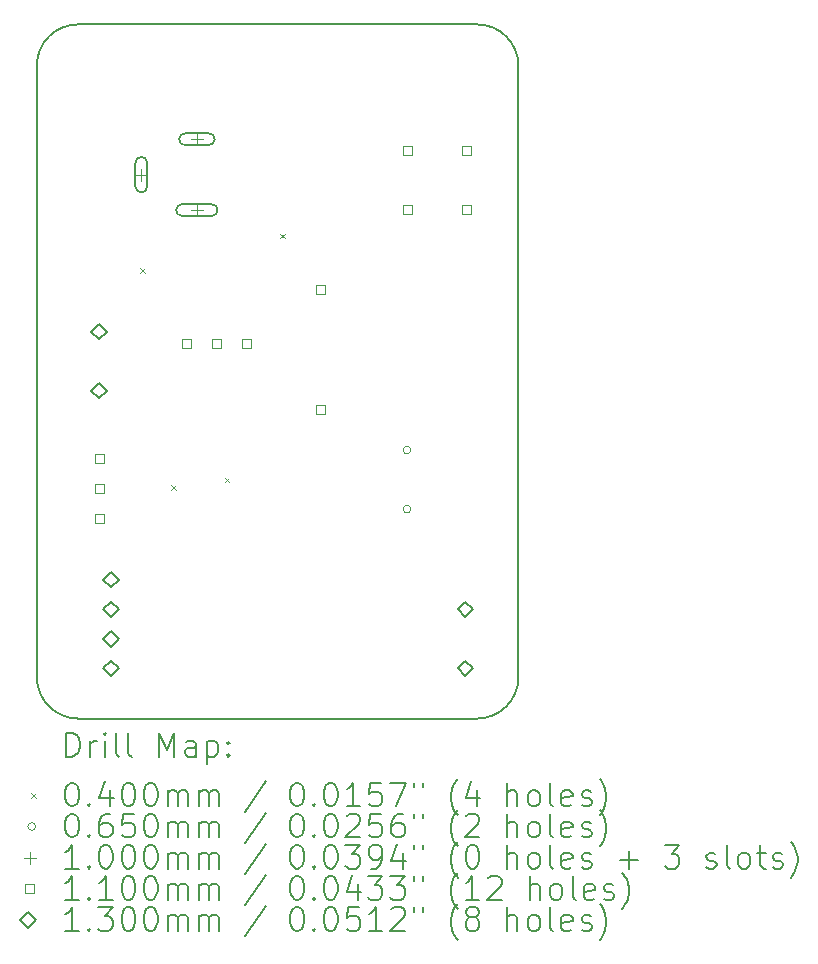
<source format=gbr>
%TF.GenerationSoftware,KiCad,Pcbnew,7.0.7*%
%TF.CreationDate,2023-10-06T20:37:51-05:00*%
%TF.ProjectId,Project_1,50726f6a-6563-4745-9f31-2e6b69636164,rev?*%
%TF.SameCoordinates,Original*%
%TF.FileFunction,Drillmap*%
%TF.FilePolarity,Positive*%
%FSLAX45Y45*%
G04 Gerber Fmt 4.5, Leading zero omitted, Abs format (unit mm)*
G04 Created by KiCad (PCBNEW 7.0.7) date 2023-10-06 20:37:51*
%MOMM*%
%LPD*%
G01*
G04 APERTURE LIST*
%ADD10C,0.200000*%
%ADD11C,0.040000*%
%ADD12C,0.065000*%
%ADD13C,0.100000*%
%ADD14C,0.110000*%
%ADD15C,0.130000*%
G04 APERTURE END LIST*
D10*
X10500000Y-11925000D02*
G75*
G03*
X10850000Y-11575000I0J350000D01*
G01*
X7122487Y-6047487D02*
G75*
G03*
X6772487Y-6397487I3J-350003D01*
G01*
X10500000Y-6047487D02*
X7122487Y-6047487D01*
X10850000Y-11575000D02*
X10850000Y-6397487D01*
X6772487Y-11572487D02*
X6772487Y-6397487D01*
X6772490Y-11572487D02*
G75*
G03*
X7125000Y-11925000I352510J-3D01*
G01*
X10500000Y-11925000D02*
X7125000Y-11925000D01*
X10850003Y-6397487D02*
G75*
G03*
X10500000Y-6047487I-350003J-3D01*
G01*
D11*
X7650000Y-8110000D02*
X7690000Y-8150000D01*
X7690000Y-8110000D02*
X7650000Y-8150000D01*
X7910000Y-9950000D02*
X7950000Y-9990000D01*
X7950000Y-9950000D02*
X7910000Y-9990000D01*
X8362000Y-9886000D02*
X8402000Y-9926000D01*
X8402000Y-9886000D02*
X8362000Y-9926000D01*
X8830000Y-7820000D02*
X8870000Y-7860000D01*
X8870000Y-7820000D02*
X8830000Y-7860000D01*
D12*
X9938500Y-9652000D02*
G75*
G03*
X9938500Y-9652000I-32500J0D01*
G01*
X9938500Y-10152000D02*
G75*
G03*
X9938500Y-10152000I-32500J0D01*
G01*
D13*
X7658000Y-7270000D02*
X7658000Y-7370000D01*
X7608000Y-7320000D02*
X7708000Y-7320000D01*
D10*
X7708000Y-7420000D02*
X7708000Y-7220000D01*
X7708000Y-7220000D02*
G75*
G03*
X7608000Y-7220000I-50000J0D01*
G01*
X7608000Y-7220000D02*
X7608000Y-7420000D01*
X7608000Y-7420000D02*
G75*
G03*
X7708000Y-7420000I50000J0D01*
G01*
D13*
X8128000Y-6970000D02*
X8128000Y-7070000D01*
X8078000Y-7020000D02*
X8178000Y-7020000D01*
D10*
X8028000Y-7070000D02*
X8228000Y-7070000D01*
X8228000Y-7070000D02*
G75*
G03*
X8228000Y-6970000I0J50000D01*
G01*
X8228000Y-6970000D02*
X8028000Y-6970000D01*
X8028000Y-6970000D02*
G75*
G03*
X8028000Y-7070000I0J-50000D01*
G01*
D13*
X8128000Y-7570000D02*
X8128000Y-7670000D01*
X8078000Y-7620000D02*
X8178000Y-7620000D01*
D10*
X8003000Y-7670000D02*
X8253000Y-7670000D01*
X8253000Y-7670000D02*
G75*
G03*
X8253000Y-7570000I0J50000D01*
G01*
X8253000Y-7570000D02*
X8003000Y-7570000D01*
X8003000Y-7570000D02*
G75*
G03*
X8003000Y-7670000I0J-50000D01*
G01*
D14*
X7338891Y-9759891D02*
X7338891Y-9682109D01*
X7261109Y-9682109D01*
X7261109Y-9759891D01*
X7338891Y-9759891D01*
X7338891Y-10013891D02*
X7338891Y-9936109D01*
X7261109Y-9936109D01*
X7261109Y-10013891D01*
X7338891Y-10013891D01*
X7338891Y-10267891D02*
X7338891Y-10190109D01*
X7261109Y-10190109D01*
X7261109Y-10267891D01*
X7338891Y-10267891D01*
X8080891Y-8788891D02*
X8080891Y-8711109D01*
X8003109Y-8711109D01*
X8003109Y-8788891D01*
X8080891Y-8788891D01*
X8334891Y-8788891D02*
X8334891Y-8711109D01*
X8257109Y-8711109D01*
X8257109Y-8788891D01*
X8334891Y-8788891D01*
X8588891Y-8788891D02*
X8588891Y-8711109D01*
X8511109Y-8711109D01*
X8511109Y-8788891D01*
X8588891Y-8788891D01*
X9213891Y-8330891D02*
X9213891Y-8253109D01*
X9136109Y-8253109D01*
X9136109Y-8330891D01*
X9213891Y-8330891D01*
X9213891Y-9346891D02*
X9213891Y-9269109D01*
X9136109Y-9269109D01*
X9136109Y-9346891D01*
X9213891Y-9346891D01*
X9952891Y-7150891D02*
X9952891Y-7073109D01*
X9875109Y-7073109D01*
X9875109Y-7150891D01*
X9952891Y-7150891D01*
X9952891Y-7650891D02*
X9952891Y-7573109D01*
X9875109Y-7573109D01*
X9875109Y-7650891D01*
X9952891Y-7650891D01*
X10452891Y-7150891D02*
X10452891Y-7073109D01*
X10375109Y-7073109D01*
X10375109Y-7150891D01*
X10452891Y-7150891D01*
X10452891Y-7650891D02*
X10452891Y-7573109D01*
X10375109Y-7573109D01*
X10375109Y-7650891D01*
X10452891Y-7650891D01*
D15*
X7300000Y-8715000D02*
X7365000Y-8650000D01*
X7300000Y-8585000D01*
X7235000Y-8650000D01*
X7300000Y-8715000D01*
X7300000Y-9215000D02*
X7365000Y-9150000D01*
X7300000Y-9085000D01*
X7235000Y-9150000D01*
X7300000Y-9215000D01*
X7400000Y-10815000D02*
X7465000Y-10750000D01*
X7400000Y-10685000D01*
X7335000Y-10750000D01*
X7400000Y-10815000D01*
X7400000Y-11065000D02*
X7465000Y-11000000D01*
X7400000Y-10935000D01*
X7335000Y-11000000D01*
X7400000Y-11065000D01*
X7400000Y-11315000D02*
X7465000Y-11250000D01*
X7400000Y-11185000D01*
X7335000Y-11250000D01*
X7400000Y-11315000D01*
X7400000Y-11565000D02*
X7465000Y-11500000D01*
X7400000Y-11435000D01*
X7335000Y-11500000D01*
X7400000Y-11565000D01*
X10400000Y-11065000D02*
X10465000Y-11000000D01*
X10400000Y-10935000D01*
X10335000Y-11000000D01*
X10400000Y-11065000D01*
X10400000Y-11565000D02*
X10465000Y-11500000D01*
X10400000Y-11435000D01*
X10335000Y-11500000D01*
X10400000Y-11565000D01*
D10*
X7023264Y-12246484D02*
X7023264Y-12046484D01*
X7023264Y-12046484D02*
X7070883Y-12046484D01*
X7070883Y-12046484D02*
X7099455Y-12056008D01*
X7099455Y-12056008D02*
X7118502Y-12075055D01*
X7118502Y-12075055D02*
X7128026Y-12094103D01*
X7128026Y-12094103D02*
X7137550Y-12132198D01*
X7137550Y-12132198D02*
X7137550Y-12160769D01*
X7137550Y-12160769D02*
X7128026Y-12198865D01*
X7128026Y-12198865D02*
X7118502Y-12217912D01*
X7118502Y-12217912D02*
X7099455Y-12236960D01*
X7099455Y-12236960D02*
X7070883Y-12246484D01*
X7070883Y-12246484D02*
X7023264Y-12246484D01*
X7223264Y-12246484D02*
X7223264Y-12113150D01*
X7223264Y-12151246D02*
X7232788Y-12132198D01*
X7232788Y-12132198D02*
X7242312Y-12122674D01*
X7242312Y-12122674D02*
X7261359Y-12113150D01*
X7261359Y-12113150D02*
X7280407Y-12113150D01*
X7347074Y-12246484D02*
X7347074Y-12113150D01*
X7347074Y-12046484D02*
X7337550Y-12056008D01*
X7337550Y-12056008D02*
X7347074Y-12065531D01*
X7347074Y-12065531D02*
X7356597Y-12056008D01*
X7356597Y-12056008D02*
X7347074Y-12046484D01*
X7347074Y-12046484D02*
X7347074Y-12065531D01*
X7470883Y-12246484D02*
X7451835Y-12236960D01*
X7451835Y-12236960D02*
X7442312Y-12217912D01*
X7442312Y-12217912D02*
X7442312Y-12046484D01*
X7575645Y-12246484D02*
X7556597Y-12236960D01*
X7556597Y-12236960D02*
X7547074Y-12217912D01*
X7547074Y-12217912D02*
X7547074Y-12046484D01*
X7804216Y-12246484D02*
X7804216Y-12046484D01*
X7804216Y-12046484D02*
X7870883Y-12189341D01*
X7870883Y-12189341D02*
X7937550Y-12046484D01*
X7937550Y-12046484D02*
X7937550Y-12246484D01*
X8118502Y-12246484D02*
X8118502Y-12141722D01*
X8118502Y-12141722D02*
X8108978Y-12122674D01*
X8108978Y-12122674D02*
X8089931Y-12113150D01*
X8089931Y-12113150D02*
X8051835Y-12113150D01*
X8051835Y-12113150D02*
X8032788Y-12122674D01*
X8118502Y-12236960D02*
X8099455Y-12246484D01*
X8099455Y-12246484D02*
X8051835Y-12246484D01*
X8051835Y-12246484D02*
X8032788Y-12236960D01*
X8032788Y-12236960D02*
X8023264Y-12217912D01*
X8023264Y-12217912D02*
X8023264Y-12198865D01*
X8023264Y-12198865D02*
X8032788Y-12179817D01*
X8032788Y-12179817D02*
X8051835Y-12170293D01*
X8051835Y-12170293D02*
X8099455Y-12170293D01*
X8099455Y-12170293D02*
X8118502Y-12160769D01*
X8213740Y-12113150D02*
X8213740Y-12313150D01*
X8213740Y-12122674D02*
X8232788Y-12113150D01*
X8232788Y-12113150D02*
X8270883Y-12113150D01*
X8270883Y-12113150D02*
X8289931Y-12122674D01*
X8289931Y-12122674D02*
X8299455Y-12132198D01*
X8299455Y-12132198D02*
X8308978Y-12151246D01*
X8308978Y-12151246D02*
X8308978Y-12208388D01*
X8308978Y-12208388D02*
X8299455Y-12227436D01*
X8299455Y-12227436D02*
X8289931Y-12236960D01*
X8289931Y-12236960D02*
X8270883Y-12246484D01*
X8270883Y-12246484D02*
X8232788Y-12246484D01*
X8232788Y-12246484D02*
X8213740Y-12236960D01*
X8394693Y-12227436D02*
X8404217Y-12236960D01*
X8404217Y-12236960D02*
X8394693Y-12246484D01*
X8394693Y-12246484D02*
X8385169Y-12236960D01*
X8385169Y-12236960D02*
X8394693Y-12227436D01*
X8394693Y-12227436D02*
X8394693Y-12246484D01*
X8394693Y-12122674D02*
X8404217Y-12132198D01*
X8404217Y-12132198D02*
X8394693Y-12141722D01*
X8394693Y-12141722D02*
X8385169Y-12132198D01*
X8385169Y-12132198D02*
X8394693Y-12122674D01*
X8394693Y-12122674D02*
X8394693Y-12141722D01*
D11*
X6722487Y-12555000D02*
X6762487Y-12595000D01*
X6762487Y-12555000D02*
X6722487Y-12595000D01*
D10*
X7061359Y-12466484D02*
X7080407Y-12466484D01*
X7080407Y-12466484D02*
X7099455Y-12476008D01*
X7099455Y-12476008D02*
X7108978Y-12485531D01*
X7108978Y-12485531D02*
X7118502Y-12504579D01*
X7118502Y-12504579D02*
X7128026Y-12542674D01*
X7128026Y-12542674D02*
X7128026Y-12590293D01*
X7128026Y-12590293D02*
X7118502Y-12628388D01*
X7118502Y-12628388D02*
X7108978Y-12647436D01*
X7108978Y-12647436D02*
X7099455Y-12656960D01*
X7099455Y-12656960D02*
X7080407Y-12666484D01*
X7080407Y-12666484D02*
X7061359Y-12666484D01*
X7061359Y-12666484D02*
X7042312Y-12656960D01*
X7042312Y-12656960D02*
X7032788Y-12647436D01*
X7032788Y-12647436D02*
X7023264Y-12628388D01*
X7023264Y-12628388D02*
X7013740Y-12590293D01*
X7013740Y-12590293D02*
X7013740Y-12542674D01*
X7013740Y-12542674D02*
X7023264Y-12504579D01*
X7023264Y-12504579D02*
X7032788Y-12485531D01*
X7032788Y-12485531D02*
X7042312Y-12476008D01*
X7042312Y-12476008D02*
X7061359Y-12466484D01*
X7213740Y-12647436D02*
X7223264Y-12656960D01*
X7223264Y-12656960D02*
X7213740Y-12666484D01*
X7213740Y-12666484D02*
X7204216Y-12656960D01*
X7204216Y-12656960D02*
X7213740Y-12647436D01*
X7213740Y-12647436D02*
X7213740Y-12666484D01*
X7394693Y-12533150D02*
X7394693Y-12666484D01*
X7347074Y-12456960D02*
X7299455Y-12599817D01*
X7299455Y-12599817D02*
X7423264Y-12599817D01*
X7537550Y-12466484D02*
X7556597Y-12466484D01*
X7556597Y-12466484D02*
X7575645Y-12476008D01*
X7575645Y-12476008D02*
X7585169Y-12485531D01*
X7585169Y-12485531D02*
X7594693Y-12504579D01*
X7594693Y-12504579D02*
X7604216Y-12542674D01*
X7604216Y-12542674D02*
X7604216Y-12590293D01*
X7604216Y-12590293D02*
X7594693Y-12628388D01*
X7594693Y-12628388D02*
X7585169Y-12647436D01*
X7585169Y-12647436D02*
X7575645Y-12656960D01*
X7575645Y-12656960D02*
X7556597Y-12666484D01*
X7556597Y-12666484D02*
X7537550Y-12666484D01*
X7537550Y-12666484D02*
X7518502Y-12656960D01*
X7518502Y-12656960D02*
X7508978Y-12647436D01*
X7508978Y-12647436D02*
X7499455Y-12628388D01*
X7499455Y-12628388D02*
X7489931Y-12590293D01*
X7489931Y-12590293D02*
X7489931Y-12542674D01*
X7489931Y-12542674D02*
X7499455Y-12504579D01*
X7499455Y-12504579D02*
X7508978Y-12485531D01*
X7508978Y-12485531D02*
X7518502Y-12476008D01*
X7518502Y-12476008D02*
X7537550Y-12466484D01*
X7728026Y-12466484D02*
X7747074Y-12466484D01*
X7747074Y-12466484D02*
X7766121Y-12476008D01*
X7766121Y-12476008D02*
X7775645Y-12485531D01*
X7775645Y-12485531D02*
X7785169Y-12504579D01*
X7785169Y-12504579D02*
X7794693Y-12542674D01*
X7794693Y-12542674D02*
X7794693Y-12590293D01*
X7794693Y-12590293D02*
X7785169Y-12628388D01*
X7785169Y-12628388D02*
X7775645Y-12647436D01*
X7775645Y-12647436D02*
X7766121Y-12656960D01*
X7766121Y-12656960D02*
X7747074Y-12666484D01*
X7747074Y-12666484D02*
X7728026Y-12666484D01*
X7728026Y-12666484D02*
X7708978Y-12656960D01*
X7708978Y-12656960D02*
X7699455Y-12647436D01*
X7699455Y-12647436D02*
X7689931Y-12628388D01*
X7689931Y-12628388D02*
X7680407Y-12590293D01*
X7680407Y-12590293D02*
X7680407Y-12542674D01*
X7680407Y-12542674D02*
X7689931Y-12504579D01*
X7689931Y-12504579D02*
X7699455Y-12485531D01*
X7699455Y-12485531D02*
X7708978Y-12476008D01*
X7708978Y-12476008D02*
X7728026Y-12466484D01*
X7880407Y-12666484D02*
X7880407Y-12533150D01*
X7880407Y-12552198D02*
X7889931Y-12542674D01*
X7889931Y-12542674D02*
X7908978Y-12533150D01*
X7908978Y-12533150D02*
X7937550Y-12533150D01*
X7937550Y-12533150D02*
X7956597Y-12542674D01*
X7956597Y-12542674D02*
X7966121Y-12561722D01*
X7966121Y-12561722D02*
X7966121Y-12666484D01*
X7966121Y-12561722D02*
X7975645Y-12542674D01*
X7975645Y-12542674D02*
X7994693Y-12533150D01*
X7994693Y-12533150D02*
X8023264Y-12533150D01*
X8023264Y-12533150D02*
X8042312Y-12542674D01*
X8042312Y-12542674D02*
X8051836Y-12561722D01*
X8051836Y-12561722D02*
X8051836Y-12666484D01*
X8147074Y-12666484D02*
X8147074Y-12533150D01*
X8147074Y-12552198D02*
X8156597Y-12542674D01*
X8156597Y-12542674D02*
X8175645Y-12533150D01*
X8175645Y-12533150D02*
X8204217Y-12533150D01*
X8204217Y-12533150D02*
X8223264Y-12542674D01*
X8223264Y-12542674D02*
X8232788Y-12561722D01*
X8232788Y-12561722D02*
X8232788Y-12666484D01*
X8232788Y-12561722D02*
X8242312Y-12542674D01*
X8242312Y-12542674D02*
X8261359Y-12533150D01*
X8261359Y-12533150D02*
X8289931Y-12533150D01*
X8289931Y-12533150D02*
X8308978Y-12542674D01*
X8308978Y-12542674D02*
X8318502Y-12561722D01*
X8318502Y-12561722D02*
X8318502Y-12666484D01*
X8708979Y-12456960D02*
X8537550Y-12714103D01*
X8966121Y-12466484D02*
X8985169Y-12466484D01*
X8985169Y-12466484D02*
X9004217Y-12476008D01*
X9004217Y-12476008D02*
X9013741Y-12485531D01*
X9013741Y-12485531D02*
X9023264Y-12504579D01*
X9023264Y-12504579D02*
X9032788Y-12542674D01*
X9032788Y-12542674D02*
X9032788Y-12590293D01*
X9032788Y-12590293D02*
X9023264Y-12628388D01*
X9023264Y-12628388D02*
X9013741Y-12647436D01*
X9013741Y-12647436D02*
X9004217Y-12656960D01*
X9004217Y-12656960D02*
X8985169Y-12666484D01*
X8985169Y-12666484D02*
X8966121Y-12666484D01*
X8966121Y-12666484D02*
X8947074Y-12656960D01*
X8947074Y-12656960D02*
X8937550Y-12647436D01*
X8937550Y-12647436D02*
X8928026Y-12628388D01*
X8928026Y-12628388D02*
X8918502Y-12590293D01*
X8918502Y-12590293D02*
X8918502Y-12542674D01*
X8918502Y-12542674D02*
X8928026Y-12504579D01*
X8928026Y-12504579D02*
X8937550Y-12485531D01*
X8937550Y-12485531D02*
X8947074Y-12476008D01*
X8947074Y-12476008D02*
X8966121Y-12466484D01*
X9118502Y-12647436D02*
X9128026Y-12656960D01*
X9128026Y-12656960D02*
X9118502Y-12666484D01*
X9118502Y-12666484D02*
X9108979Y-12656960D01*
X9108979Y-12656960D02*
X9118502Y-12647436D01*
X9118502Y-12647436D02*
X9118502Y-12666484D01*
X9251836Y-12466484D02*
X9270883Y-12466484D01*
X9270883Y-12466484D02*
X9289931Y-12476008D01*
X9289931Y-12476008D02*
X9299455Y-12485531D01*
X9299455Y-12485531D02*
X9308979Y-12504579D01*
X9308979Y-12504579D02*
X9318502Y-12542674D01*
X9318502Y-12542674D02*
X9318502Y-12590293D01*
X9318502Y-12590293D02*
X9308979Y-12628388D01*
X9308979Y-12628388D02*
X9299455Y-12647436D01*
X9299455Y-12647436D02*
X9289931Y-12656960D01*
X9289931Y-12656960D02*
X9270883Y-12666484D01*
X9270883Y-12666484D02*
X9251836Y-12666484D01*
X9251836Y-12666484D02*
X9232788Y-12656960D01*
X9232788Y-12656960D02*
X9223264Y-12647436D01*
X9223264Y-12647436D02*
X9213741Y-12628388D01*
X9213741Y-12628388D02*
X9204217Y-12590293D01*
X9204217Y-12590293D02*
X9204217Y-12542674D01*
X9204217Y-12542674D02*
X9213741Y-12504579D01*
X9213741Y-12504579D02*
X9223264Y-12485531D01*
X9223264Y-12485531D02*
X9232788Y-12476008D01*
X9232788Y-12476008D02*
X9251836Y-12466484D01*
X9508979Y-12666484D02*
X9394693Y-12666484D01*
X9451836Y-12666484D02*
X9451836Y-12466484D01*
X9451836Y-12466484D02*
X9432788Y-12495055D01*
X9432788Y-12495055D02*
X9413741Y-12514103D01*
X9413741Y-12514103D02*
X9394693Y-12523627D01*
X9689931Y-12466484D02*
X9594693Y-12466484D01*
X9594693Y-12466484D02*
X9585169Y-12561722D01*
X9585169Y-12561722D02*
X9594693Y-12552198D01*
X9594693Y-12552198D02*
X9613741Y-12542674D01*
X9613741Y-12542674D02*
X9661360Y-12542674D01*
X9661360Y-12542674D02*
X9680407Y-12552198D01*
X9680407Y-12552198D02*
X9689931Y-12561722D01*
X9689931Y-12561722D02*
X9699455Y-12580769D01*
X9699455Y-12580769D02*
X9699455Y-12628388D01*
X9699455Y-12628388D02*
X9689931Y-12647436D01*
X9689931Y-12647436D02*
X9680407Y-12656960D01*
X9680407Y-12656960D02*
X9661360Y-12666484D01*
X9661360Y-12666484D02*
X9613741Y-12666484D01*
X9613741Y-12666484D02*
X9594693Y-12656960D01*
X9594693Y-12656960D02*
X9585169Y-12647436D01*
X9766122Y-12466484D02*
X9899455Y-12466484D01*
X9899455Y-12466484D02*
X9813741Y-12666484D01*
X9966122Y-12466484D02*
X9966122Y-12504579D01*
X10042312Y-12466484D02*
X10042312Y-12504579D01*
X10337550Y-12742674D02*
X10328026Y-12733150D01*
X10328026Y-12733150D02*
X10308979Y-12704579D01*
X10308979Y-12704579D02*
X10299455Y-12685531D01*
X10299455Y-12685531D02*
X10289931Y-12656960D01*
X10289931Y-12656960D02*
X10280407Y-12609341D01*
X10280407Y-12609341D02*
X10280407Y-12571246D01*
X10280407Y-12571246D02*
X10289931Y-12523627D01*
X10289931Y-12523627D02*
X10299455Y-12495055D01*
X10299455Y-12495055D02*
X10308979Y-12476008D01*
X10308979Y-12476008D02*
X10328026Y-12447436D01*
X10328026Y-12447436D02*
X10337550Y-12437912D01*
X10499455Y-12533150D02*
X10499455Y-12666484D01*
X10451836Y-12456960D02*
X10404217Y-12599817D01*
X10404217Y-12599817D02*
X10528026Y-12599817D01*
X10756598Y-12666484D02*
X10756598Y-12466484D01*
X10842312Y-12666484D02*
X10842312Y-12561722D01*
X10842312Y-12561722D02*
X10832788Y-12542674D01*
X10832788Y-12542674D02*
X10813741Y-12533150D01*
X10813741Y-12533150D02*
X10785169Y-12533150D01*
X10785169Y-12533150D02*
X10766122Y-12542674D01*
X10766122Y-12542674D02*
X10756598Y-12552198D01*
X10966122Y-12666484D02*
X10947074Y-12656960D01*
X10947074Y-12656960D02*
X10937550Y-12647436D01*
X10937550Y-12647436D02*
X10928026Y-12628388D01*
X10928026Y-12628388D02*
X10928026Y-12571246D01*
X10928026Y-12571246D02*
X10937550Y-12552198D01*
X10937550Y-12552198D02*
X10947074Y-12542674D01*
X10947074Y-12542674D02*
X10966122Y-12533150D01*
X10966122Y-12533150D02*
X10994693Y-12533150D01*
X10994693Y-12533150D02*
X11013741Y-12542674D01*
X11013741Y-12542674D02*
X11023265Y-12552198D01*
X11023265Y-12552198D02*
X11032788Y-12571246D01*
X11032788Y-12571246D02*
X11032788Y-12628388D01*
X11032788Y-12628388D02*
X11023265Y-12647436D01*
X11023265Y-12647436D02*
X11013741Y-12656960D01*
X11013741Y-12656960D02*
X10994693Y-12666484D01*
X10994693Y-12666484D02*
X10966122Y-12666484D01*
X11147074Y-12666484D02*
X11128026Y-12656960D01*
X11128026Y-12656960D02*
X11118503Y-12637912D01*
X11118503Y-12637912D02*
X11118503Y-12466484D01*
X11299455Y-12656960D02*
X11280407Y-12666484D01*
X11280407Y-12666484D02*
X11242312Y-12666484D01*
X11242312Y-12666484D02*
X11223264Y-12656960D01*
X11223264Y-12656960D02*
X11213741Y-12637912D01*
X11213741Y-12637912D02*
X11213741Y-12561722D01*
X11213741Y-12561722D02*
X11223264Y-12542674D01*
X11223264Y-12542674D02*
X11242312Y-12533150D01*
X11242312Y-12533150D02*
X11280407Y-12533150D01*
X11280407Y-12533150D02*
X11299455Y-12542674D01*
X11299455Y-12542674D02*
X11308979Y-12561722D01*
X11308979Y-12561722D02*
X11308979Y-12580769D01*
X11308979Y-12580769D02*
X11213741Y-12599817D01*
X11385169Y-12656960D02*
X11404217Y-12666484D01*
X11404217Y-12666484D02*
X11442312Y-12666484D01*
X11442312Y-12666484D02*
X11461360Y-12656960D01*
X11461360Y-12656960D02*
X11470884Y-12637912D01*
X11470884Y-12637912D02*
X11470884Y-12628388D01*
X11470884Y-12628388D02*
X11461360Y-12609341D01*
X11461360Y-12609341D02*
X11442312Y-12599817D01*
X11442312Y-12599817D02*
X11413741Y-12599817D01*
X11413741Y-12599817D02*
X11394693Y-12590293D01*
X11394693Y-12590293D02*
X11385169Y-12571246D01*
X11385169Y-12571246D02*
X11385169Y-12561722D01*
X11385169Y-12561722D02*
X11394693Y-12542674D01*
X11394693Y-12542674D02*
X11413741Y-12533150D01*
X11413741Y-12533150D02*
X11442312Y-12533150D01*
X11442312Y-12533150D02*
X11461360Y-12542674D01*
X11537550Y-12742674D02*
X11547074Y-12733150D01*
X11547074Y-12733150D02*
X11566122Y-12704579D01*
X11566122Y-12704579D02*
X11575645Y-12685531D01*
X11575645Y-12685531D02*
X11585169Y-12656960D01*
X11585169Y-12656960D02*
X11594693Y-12609341D01*
X11594693Y-12609341D02*
X11594693Y-12571246D01*
X11594693Y-12571246D02*
X11585169Y-12523627D01*
X11585169Y-12523627D02*
X11575645Y-12495055D01*
X11575645Y-12495055D02*
X11566122Y-12476008D01*
X11566122Y-12476008D02*
X11547074Y-12447436D01*
X11547074Y-12447436D02*
X11537550Y-12437912D01*
D12*
X6762487Y-12839000D02*
G75*
G03*
X6762487Y-12839000I-32500J0D01*
G01*
D10*
X7061359Y-12730484D02*
X7080407Y-12730484D01*
X7080407Y-12730484D02*
X7099455Y-12740008D01*
X7099455Y-12740008D02*
X7108978Y-12749531D01*
X7108978Y-12749531D02*
X7118502Y-12768579D01*
X7118502Y-12768579D02*
X7128026Y-12806674D01*
X7128026Y-12806674D02*
X7128026Y-12854293D01*
X7128026Y-12854293D02*
X7118502Y-12892388D01*
X7118502Y-12892388D02*
X7108978Y-12911436D01*
X7108978Y-12911436D02*
X7099455Y-12920960D01*
X7099455Y-12920960D02*
X7080407Y-12930484D01*
X7080407Y-12930484D02*
X7061359Y-12930484D01*
X7061359Y-12930484D02*
X7042312Y-12920960D01*
X7042312Y-12920960D02*
X7032788Y-12911436D01*
X7032788Y-12911436D02*
X7023264Y-12892388D01*
X7023264Y-12892388D02*
X7013740Y-12854293D01*
X7013740Y-12854293D02*
X7013740Y-12806674D01*
X7013740Y-12806674D02*
X7023264Y-12768579D01*
X7023264Y-12768579D02*
X7032788Y-12749531D01*
X7032788Y-12749531D02*
X7042312Y-12740008D01*
X7042312Y-12740008D02*
X7061359Y-12730484D01*
X7213740Y-12911436D02*
X7223264Y-12920960D01*
X7223264Y-12920960D02*
X7213740Y-12930484D01*
X7213740Y-12930484D02*
X7204216Y-12920960D01*
X7204216Y-12920960D02*
X7213740Y-12911436D01*
X7213740Y-12911436D02*
X7213740Y-12930484D01*
X7394693Y-12730484D02*
X7356597Y-12730484D01*
X7356597Y-12730484D02*
X7337550Y-12740008D01*
X7337550Y-12740008D02*
X7328026Y-12749531D01*
X7328026Y-12749531D02*
X7308978Y-12778103D01*
X7308978Y-12778103D02*
X7299455Y-12816198D01*
X7299455Y-12816198D02*
X7299455Y-12892388D01*
X7299455Y-12892388D02*
X7308978Y-12911436D01*
X7308978Y-12911436D02*
X7318502Y-12920960D01*
X7318502Y-12920960D02*
X7337550Y-12930484D01*
X7337550Y-12930484D02*
X7375645Y-12930484D01*
X7375645Y-12930484D02*
X7394693Y-12920960D01*
X7394693Y-12920960D02*
X7404216Y-12911436D01*
X7404216Y-12911436D02*
X7413740Y-12892388D01*
X7413740Y-12892388D02*
X7413740Y-12844769D01*
X7413740Y-12844769D02*
X7404216Y-12825722D01*
X7404216Y-12825722D02*
X7394693Y-12816198D01*
X7394693Y-12816198D02*
X7375645Y-12806674D01*
X7375645Y-12806674D02*
X7337550Y-12806674D01*
X7337550Y-12806674D02*
X7318502Y-12816198D01*
X7318502Y-12816198D02*
X7308978Y-12825722D01*
X7308978Y-12825722D02*
X7299455Y-12844769D01*
X7594693Y-12730484D02*
X7499455Y-12730484D01*
X7499455Y-12730484D02*
X7489931Y-12825722D01*
X7489931Y-12825722D02*
X7499455Y-12816198D01*
X7499455Y-12816198D02*
X7518502Y-12806674D01*
X7518502Y-12806674D02*
X7566121Y-12806674D01*
X7566121Y-12806674D02*
X7585169Y-12816198D01*
X7585169Y-12816198D02*
X7594693Y-12825722D01*
X7594693Y-12825722D02*
X7604216Y-12844769D01*
X7604216Y-12844769D02*
X7604216Y-12892388D01*
X7604216Y-12892388D02*
X7594693Y-12911436D01*
X7594693Y-12911436D02*
X7585169Y-12920960D01*
X7585169Y-12920960D02*
X7566121Y-12930484D01*
X7566121Y-12930484D02*
X7518502Y-12930484D01*
X7518502Y-12930484D02*
X7499455Y-12920960D01*
X7499455Y-12920960D02*
X7489931Y-12911436D01*
X7728026Y-12730484D02*
X7747074Y-12730484D01*
X7747074Y-12730484D02*
X7766121Y-12740008D01*
X7766121Y-12740008D02*
X7775645Y-12749531D01*
X7775645Y-12749531D02*
X7785169Y-12768579D01*
X7785169Y-12768579D02*
X7794693Y-12806674D01*
X7794693Y-12806674D02*
X7794693Y-12854293D01*
X7794693Y-12854293D02*
X7785169Y-12892388D01*
X7785169Y-12892388D02*
X7775645Y-12911436D01*
X7775645Y-12911436D02*
X7766121Y-12920960D01*
X7766121Y-12920960D02*
X7747074Y-12930484D01*
X7747074Y-12930484D02*
X7728026Y-12930484D01*
X7728026Y-12930484D02*
X7708978Y-12920960D01*
X7708978Y-12920960D02*
X7699455Y-12911436D01*
X7699455Y-12911436D02*
X7689931Y-12892388D01*
X7689931Y-12892388D02*
X7680407Y-12854293D01*
X7680407Y-12854293D02*
X7680407Y-12806674D01*
X7680407Y-12806674D02*
X7689931Y-12768579D01*
X7689931Y-12768579D02*
X7699455Y-12749531D01*
X7699455Y-12749531D02*
X7708978Y-12740008D01*
X7708978Y-12740008D02*
X7728026Y-12730484D01*
X7880407Y-12930484D02*
X7880407Y-12797150D01*
X7880407Y-12816198D02*
X7889931Y-12806674D01*
X7889931Y-12806674D02*
X7908978Y-12797150D01*
X7908978Y-12797150D02*
X7937550Y-12797150D01*
X7937550Y-12797150D02*
X7956597Y-12806674D01*
X7956597Y-12806674D02*
X7966121Y-12825722D01*
X7966121Y-12825722D02*
X7966121Y-12930484D01*
X7966121Y-12825722D02*
X7975645Y-12806674D01*
X7975645Y-12806674D02*
X7994693Y-12797150D01*
X7994693Y-12797150D02*
X8023264Y-12797150D01*
X8023264Y-12797150D02*
X8042312Y-12806674D01*
X8042312Y-12806674D02*
X8051836Y-12825722D01*
X8051836Y-12825722D02*
X8051836Y-12930484D01*
X8147074Y-12930484D02*
X8147074Y-12797150D01*
X8147074Y-12816198D02*
X8156597Y-12806674D01*
X8156597Y-12806674D02*
X8175645Y-12797150D01*
X8175645Y-12797150D02*
X8204217Y-12797150D01*
X8204217Y-12797150D02*
X8223264Y-12806674D01*
X8223264Y-12806674D02*
X8232788Y-12825722D01*
X8232788Y-12825722D02*
X8232788Y-12930484D01*
X8232788Y-12825722D02*
X8242312Y-12806674D01*
X8242312Y-12806674D02*
X8261359Y-12797150D01*
X8261359Y-12797150D02*
X8289931Y-12797150D01*
X8289931Y-12797150D02*
X8308978Y-12806674D01*
X8308978Y-12806674D02*
X8318502Y-12825722D01*
X8318502Y-12825722D02*
X8318502Y-12930484D01*
X8708979Y-12720960D02*
X8537550Y-12978103D01*
X8966121Y-12730484D02*
X8985169Y-12730484D01*
X8985169Y-12730484D02*
X9004217Y-12740008D01*
X9004217Y-12740008D02*
X9013741Y-12749531D01*
X9013741Y-12749531D02*
X9023264Y-12768579D01*
X9023264Y-12768579D02*
X9032788Y-12806674D01*
X9032788Y-12806674D02*
X9032788Y-12854293D01*
X9032788Y-12854293D02*
X9023264Y-12892388D01*
X9023264Y-12892388D02*
X9013741Y-12911436D01*
X9013741Y-12911436D02*
X9004217Y-12920960D01*
X9004217Y-12920960D02*
X8985169Y-12930484D01*
X8985169Y-12930484D02*
X8966121Y-12930484D01*
X8966121Y-12930484D02*
X8947074Y-12920960D01*
X8947074Y-12920960D02*
X8937550Y-12911436D01*
X8937550Y-12911436D02*
X8928026Y-12892388D01*
X8928026Y-12892388D02*
X8918502Y-12854293D01*
X8918502Y-12854293D02*
X8918502Y-12806674D01*
X8918502Y-12806674D02*
X8928026Y-12768579D01*
X8928026Y-12768579D02*
X8937550Y-12749531D01*
X8937550Y-12749531D02*
X8947074Y-12740008D01*
X8947074Y-12740008D02*
X8966121Y-12730484D01*
X9118502Y-12911436D02*
X9128026Y-12920960D01*
X9128026Y-12920960D02*
X9118502Y-12930484D01*
X9118502Y-12930484D02*
X9108979Y-12920960D01*
X9108979Y-12920960D02*
X9118502Y-12911436D01*
X9118502Y-12911436D02*
X9118502Y-12930484D01*
X9251836Y-12730484D02*
X9270883Y-12730484D01*
X9270883Y-12730484D02*
X9289931Y-12740008D01*
X9289931Y-12740008D02*
X9299455Y-12749531D01*
X9299455Y-12749531D02*
X9308979Y-12768579D01*
X9308979Y-12768579D02*
X9318502Y-12806674D01*
X9318502Y-12806674D02*
X9318502Y-12854293D01*
X9318502Y-12854293D02*
X9308979Y-12892388D01*
X9308979Y-12892388D02*
X9299455Y-12911436D01*
X9299455Y-12911436D02*
X9289931Y-12920960D01*
X9289931Y-12920960D02*
X9270883Y-12930484D01*
X9270883Y-12930484D02*
X9251836Y-12930484D01*
X9251836Y-12930484D02*
X9232788Y-12920960D01*
X9232788Y-12920960D02*
X9223264Y-12911436D01*
X9223264Y-12911436D02*
X9213741Y-12892388D01*
X9213741Y-12892388D02*
X9204217Y-12854293D01*
X9204217Y-12854293D02*
X9204217Y-12806674D01*
X9204217Y-12806674D02*
X9213741Y-12768579D01*
X9213741Y-12768579D02*
X9223264Y-12749531D01*
X9223264Y-12749531D02*
X9232788Y-12740008D01*
X9232788Y-12740008D02*
X9251836Y-12730484D01*
X9394693Y-12749531D02*
X9404217Y-12740008D01*
X9404217Y-12740008D02*
X9423264Y-12730484D01*
X9423264Y-12730484D02*
X9470883Y-12730484D01*
X9470883Y-12730484D02*
X9489931Y-12740008D01*
X9489931Y-12740008D02*
X9499455Y-12749531D01*
X9499455Y-12749531D02*
X9508979Y-12768579D01*
X9508979Y-12768579D02*
X9508979Y-12787627D01*
X9508979Y-12787627D02*
X9499455Y-12816198D01*
X9499455Y-12816198D02*
X9385169Y-12930484D01*
X9385169Y-12930484D02*
X9508979Y-12930484D01*
X9689931Y-12730484D02*
X9594693Y-12730484D01*
X9594693Y-12730484D02*
X9585169Y-12825722D01*
X9585169Y-12825722D02*
X9594693Y-12816198D01*
X9594693Y-12816198D02*
X9613741Y-12806674D01*
X9613741Y-12806674D02*
X9661360Y-12806674D01*
X9661360Y-12806674D02*
X9680407Y-12816198D01*
X9680407Y-12816198D02*
X9689931Y-12825722D01*
X9689931Y-12825722D02*
X9699455Y-12844769D01*
X9699455Y-12844769D02*
X9699455Y-12892388D01*
X9699455Y-12892388D02*
X9689931Y-12911436D01*
X9689931Y-12911436D02*
X9680407Y-12920960D01*
X9680407Y-12920960D02*
X9661360Y-12930484D01*
X9661360Y-12930484D02*
X9613741Y-12930484D01*
X9613741Y-12930484D02*
X9594693Y-12920960D01*
X9594693Y-12920960D02*
X9585169Y-12911436D01*
X9870883Y-12730484D02*
X9832788Y-12730484D01*
X9832788Y-12730484D02*
X9813741Y-12740008D01*
X9813741Y-12740008D02*
X9804217Y-12749531D01*
X9804217Y-12749531D02*
X9785169Y-12778103D01*
X9785169Y-12778103D02*
X9775645Y-12816198D01*
X9775645Y-12816198D02*
X9775645Y-12892388D01*
X9775645Y-12892388D02*
X9785169Y-12911436D01*
X9785169Y-12911436D02*
X9794693Y-12920960D01*
X9794693Y-12920960D02*
X9813741Y-12930484D01*
X9813741Y-12930484D02*
X9851836Y-12930484D01*
X9851836Y-12930484D02*
X9870883Y-12920960D01*
X9870883Y-12920960D02*
X9880407Y-12911436D01*
X9880407Y-12911436D02*
X9889931Y-12892388D01*
X9889931Y-12892388D02*
X9889931Y-12844769D01*
X9889931Y-12844769D02*
X9880407Y-12825722D01*
X9880407Y-12825722D02*
X9870883Y-12816198D01*
X9870883Y-12816198D02*
X9851836Y-12806674D01*
X9851836Y-12806674D02*
X9813741Y-12806674D01*
X9813741Y-12806674D02*
X9794693Y-12816198D01*
X9794693Y-12816198D02*
X9785169Y-12825722D01*
X9785169Y-12825722D02*
X9775645Y-12844769D01*
X9966122Y-12730484D02*
X9966122Y-12768579D01*
X10042312Y-12730484D02*
X10042312Y-12768579D01*
X10337550Y-13006674D02*
X10328026Y-12997150D01*
X10328026Y-12997150D02*
X10308979Y-12968579D01*
X10308979Y-12968579D02*
X10299455Y-12949531D01*
X10299455Y-12949531D02*
X10289931Y-12920960D01*
X10289931Y-12920960D02*
X10280407Y-12873341D01*
X10280407Y-12873341D02*
X10280407Y-12835246D01*
X10280407Y-12835246D02*
X10289931Y-12787627D01*
X10289931Y-12787627D02*
X10299455Y-12759055D01*
X10299455Y-12759055D02*
X10308979Y-12740008D01*
X10308979Y-12740008D02*
X10328026Y-12711436D01*
X10328026Y-12711436D02*
X10337550Y-12701912D01*
X10404217Y-12749531D02*
X10413741Y-12740008D01*
X10413741Y-12740008D02*
X10432788Y-12730484D01*
X10432788Y-12730484D02*
X10480407Y-12730484D01*
X10480407Y-12730484D02*
X10499455Y-12740008D01*
X10499455Y-12740008D02*
X10508979Y-12749531D01*
X10508979Y-12749531D02*
X10518503Y-12768579D01*
X10518503Y-12768579D02*
X10518503Y-12787627D01*
X10518503Y-12787627D02*
X10508979Y-12816198D01*
X10508979Y-12816198D02*
X10394693Y-12930484D01*
X10394693Y-12930484D02*
X10518503Y-12930484D01*
X10756598Y-12930484D02*
X10756598Y-12730484D01*
X10842312Y-12930484D02*
X10842312Y-12825722D01*
X10842312Y-12825722D02*
X10832788Y-12806674D01*
X10832788Y-12806674D02*
X10813741Y-12797150D01*
X10813741Y-12797150D02*
X10785169Y-12797150D01*
X10785169Y-12797150D02*
X10766122Y-12806674D01*
X10766122Y-12806674D02*
X10756598Y-12816198D01*
X10966122Y-12930484D02*
X10947074Y-12920960D01*
X10947074Y-12920960D02*
X10937550Y-12911436D01*
X10937550Y-12911436D02*
X10928026Y-12892388D01*
X10928026Y-12892388D02*
X10928026Y-12835246D01*
X10928026Y-12835246D02*
X10937550Y-12816198D01*
X10937550Y-12816198D02*
X10947074Y-12806674D01*
X10947074Y-12806674D02*
X10966122Y-12797150D01*
X10966122Y-12797150D02*
X10994693Y-12797150D01*
X10994693Y-12797150D02*
X11013741Y-12806674D01*
X11013741Y-12806674D02*
X11023265Y-12816198D01*
X11023265Y-12816198D02*
X11032788Y-12835246D01*
X11032788Y-12835246D02*
X11032788Y-12892388D01*
X11032788Y-12892388D02*
X11023265Y-12911436D01*
X11023265Y-12911436D02*
X11013741Y-12920960D01*
X11013741Y-12920960D02*
X10994693Y-12930484D01*
X10994693Y-12930484D02*
X10966122Y-12930484D01*
X11147074Y-12930484D02*
X11128026Y-12920960D01*
X11128026Y-12920960D02*
X11118503Y-12901912D01*
X11118503Y-12901912D02*
X11118503Y-12730484D01*
X11299455Y-12920960D02*
X11280407Y-12930484D01*
X11280407Y-12930484D02*
X11242312Y-12930484D01*
X11242312Y-12930484D02*
X11223264Y-12920960D01*
X11223264Y-12920960D02*
X11213741Y-12901912D01*
X11213741Y-12901912D02*
X11213741Y-12825722D01*
X11213741Y-12825722D02*
X11223264Y-12806674D01*
X11223264Y-12806674D02*
X11242312Y-12797150D01*
X11242312Y-12797150D02*
X11280407Y-12797150D01*
X11280407Y-12797150D02*
X11299455Y-12806674D01*
X11299455Y-12806674D02*
X11308979Y-12825722D01*
X11308979Y-12825722D02*
X11308979Y-12844769D01*
X11308979Y-12844769D02*
X11213741Y-12863817D01*
X11385169Y-12920960D02*
X11404217Y-12930484D01*
X11404217Y-12930484D02*
X11442312Y-12930484D01*
X11442312Y-12930484D02*
X11461360Y-12920960D01*
X11461360Y-12920960D02*
X11470884Y-12901912D01*
X11470884Y-12901912D02*
X11470884Y-12892388D01*
X11470884Y-12892388D02*
X11461360Y-12873341D01*
X11461360Y-12873341D02*
X11442312Y-12863817D01*
X11442312Y-12863817D02*
X11413741Y-12863817D01*
X11413741Y-12863817D02*
X11394693Y-12854293D01*
X11394693Y-12854293D02*
X11385169Y-12835246D01*
X11385169Y-12835246D02*
X11385169Y-12825722D01*
X11385169Y-12825722D02*
X11394693Y-12806674D01*
X11394693Y-12806674D02*
X11413741Y-12797150D01*
X11413741Y-12797150D02*
X11442312Y-12797150D01*
X11442312Y-12797150D02*
X11461360Y-12806674D01*
X11537550Y-13006674D02*
X11547074Y-12997150D01*
X11547074Y-12997150D02*
X11566122Y-12968579D01*
X11566122Y-12968579D02*
X11575645Y-12949531D01*
X11575645Y-12949531D02*
X11585169Y-12920960D01*
X11585169Y-12920960D02*
X11594693Y-12873341D01*
X11594693Y-12873341D02*
X11594693Y-12835246D01*
X11594693Y-12835246D02*
X11585169Y-12787627D01*
X11585169Y-12787627D02*
X11575645Y-12759055D01*
X11575645Y-12759055D02*
X11566122Y-12740008D01*
X11566122Y-12740008D02*
X11547074Y-12711436D01*
X11547074Y-12711436D02*
X11537550Y-12701912D01*
D13*
X6712487Y-13053000D02*
X6712487Y-13153000D01*
X6662487Y-13103000D02*
X6762487Y-13103000D01*
D10*
X7128026Y-13194484D02*
X7013740Y-13194484D01*
X7070883Y-13194484D02*
X7070883Y-12994484D01*
X7070883Y-12994484D02*
X7051835Y-13023055D01*
X7051835Y-13023055D02*
X7032788Y-13042103D01*
X7032788Y-13042103D02*
X7013740Y-13051627D01*
X7213740Y-13175436D02*
X7223264Y-13184960D01*
X7223264Y-13184960D02*
X7213740Y-13194484D01*
X7213740Y-13194484D02*
X7204216Y-13184960D01*
X7204216Y-13184960D02*
X7213740Y-13175436D01*
X7213740Y-13175436D02*
X7213740Y-13194484D01*
X7347074Y-12994484D02*
X7366121Y-12994484D01*
X7366121Y-12994484D02*
X7385169Y-13004008D01*
X7385169Y-13004008D02*
X7394693Y-13013531D01*
X7394693Y-13013531D02*
X7404216Y-13032579D01*
X7404216Y-13032579D02*
X7413740Y-13070674D01*
X7413740Y-13070674D02*
X7413740Y-13118293D01*
X7413740Y-13118293D02*
X7404216Y-13156388D01*
X7404216Y-13156388D02*
X7394693Y-13175436D01*
X7394693Y-13175436D02*
X7385169Y-13184960D01*
X7385169Y-13184960D02*
X7366121Y-13194484D01*
X7366121Y-13194484D02*
X7347074Y-13194484D01*
X7347074Y-13194484D02*
X7328026Y-13184960D01*
X7328026Y-13184960D02*
X7318502Y-13175436D01*
X7318502Y-13175436D02*
X7308978Y-13156388D01*
X7308978Y-13156388D02*
X7299455Y-13118293D01*
X7299455Y-13118293D02*
X7299455Y-13070674D01*
X7299455Y-13070674D02*
X7308978Y-13032579D01*
X7308978Y-13032579D02*
X7318502Y-13013531D01*
X7318502Y-13013531D02*
X7328026Y-13004008D01*
X7328026Y-13004008D02*
X7347074Y-12994484D01*
X7537550Y-12994484D02*
X7556597Y-12994484D01*
X7556597Y-12994484D02*
X7575645Y-13004008D01*
X7575645Y-13004008D02*
X7585169Y-13013531D01*
X7585169Y-13013531D02*
X7594693Y-13032579D01*
X7594693Y-13032579D02*
X7604216Y-13070674D01*
X7604216Y-13070674D02*
X7604216Y-13118293D01*
X7604216Y-13118293D02*
X7594693Y-13156388D01*
X7594693Y-13156388D02*
X7585169Y-13175436D01*
X7585169Y-13175436D02*
X7575645Y-13184960D01*
X7575645Y-13184960D02*
X7556597Y-13194484D01*
X7556597Y-13194484D02*
X7537550Y-13194484D01*
X7537550Y-13194484D02*
X7518502Y-13184960D01*
X7518502Y-13184960D02*
X7508978Y-13175436D01*
X7508978Y-13175436D02*
X7499455Y-13156388D01*
X7499455Y-13156388D02*
X7489931Y-13118293D01*
X7489931Y-13118293D02*
X7489931Y-13070674D01*
X7489931Y-13070674D02*
X7499455Y-13032579D01*
X7499455Y-13032579D02*
X7508978Y-13013531D01*
X7508978Y-13013531D02*
X7518502Y-13004008D01*
X7518502Y-13004008D02*
X7537550Y-12994484D01*
X7728026Y-12994484D02*
X7747074Y-12994484D01*
X7747074Y-12994484D02*
X7766121Y-13004008D01*
X7766121Y-13004008D02*
X7775645Y-13013531D01*
X7775645Y-13013531D02*
X7785169Y-13032579D01*
X7785169Y-13032579D02*
X7794693Y-13070674D01*
X7794693Y-13070674D02*
X7794693Y-13118293D01*
X7794693Y-13118293D02*
X7785169Y-13156388D01*
X7785169Y-13156388D02*
X7775645Y-13175436D01*
X7775645Y-13175436D02*
X7766121Y-13184960D01*
X7766121Y-13184960D02*
X7747074Y-13194484D01*
X7747074Y-13194484D02*
X7728026Y-13194484D01*
X7728026Y-13194484D02*
X7708978Y-13184960D01*
X7708978Y-13184960D02*
X7699455Y-13175436D01*
X7699455Y-13175436D02*
X7689931Y-13156388D01*
X7689931Y-13156388D02*
X7680407Y-13118293D01*
X7680407Y-13118293D02*
X7680407Y-13070674D01*
X7680407Y-13070674D02*
X7689931Y-13032579D01*
X7689931Y-13032579D02*
X7699455Y-13013531D01*
X7699455Y-13013531D02*
X7708978Y-13004008D01*
X7708978Y-13004008D02*
X7728026Y-12994484D01*
X7880407Y-13194484D02*
X7880407Y-13061150D01*
X7880407Y-13080198D02*
X7889931Y-13070674D01*
X7889931Y-13070674D02*
X7908978Y-13061150D01*
X7908978Y-13061150D02*
X7937550Y-13061150D01*
X7937550Y-13061150D02*
X7956597Y-13070674D01*
X7956597Y-13070674D02*
X7966121Y-13089722D01*
X7966121Y-13089722D02*
X7966121Y-13194484D01*
X7966121Y-13089722D02*
X7975645Y-13070674D01*
X7975645Y-13070674D02*
X7994693Y-13061150D01*
X7994693Y-13061150D02*
X8023264Y-13061150D01*
X8023264Y-13061150D02*
X8042312Y-13070674D01*
X8042312Y-13070674D02*
X8051836Y-13089722D01*
X8051836Y-13089722D02*
X8051836Y-13194484D01*
X8147074Y-13194484D02*
X8147074Y-13061150D01*
X8147074Y-13080198D02*
X8156597Y-13070674D01*
X8156597Y-13070674D02*
X8175645Y-13061150D01*
X8175645Y-13061150D02*
X8204217Y-13061150D01*
X8204217Y-13061150D02*
X8223264Y-13070674D01*
X8223264Y-13070674D02*
X8232788Y-13089722D01*
X8232788Y-13089722D02*
X8232788Y-13194484D01*
X8232788Y-13089722D02*
X8242312Y-13070674D01*
X8242312Y-13070674D02*
X8261359Y-13061150D01*
X8261359Y-13061150D02*
X8289931Y-13061150D01*
X8289931Y-13061150D02*
X8308978Y-13070674D01*
X8308978Y-13070674D02*
X8318502Y-13089722D01*
X8318502Y-13089722D02*
X8318502Y-13194484D01*
X8708979Y-12984960D02*
X8537550Y-13242103D01*
X8966121Y-12994484D02*
X8985169Y-12994484D01*
X8985169Y-12994484D02*
X9004217Y-13004008D01*
X9004217Y-13004008D02*
X9013741Y-13013531D01*
X9013741Y-13013531D02*
X9023264Y-13032579D01*
X9023264Y-13032579D02*
X9032788Y-13070674D01*
X9032788Y-13070674D02*
X9032788Y-13118293D01*
X9032788Y-13118293D02*
X9023264Y-13156388D01*
X9023264Y-13156388D02*
X9013741Y-13175436D01*
X9013741Y-13175436D02*
X9004217Y-13184960D01*
X9004217Y-13184960D02*
X8985169Y-13194484D01*
X8985169Y-13194484D02*
X8966121Y-13194484D01*
X8966121Y-13194484D02*
X8947074Y-13184960D01*
X8947074Y-13184960D02*
X8937550Y-13175436D01*
X8937550Y-13175436D02*
X8928026Y-13156388D01*
X8928026Y-13156388D02*
X8918502Y-13118293D01*
X8918502Y-13118293D02*
X8918502Y-13070674D01*
X8918502Y-13070674D02*
X8928026Y-13032579D01*
X8928026Y-13032579D02*
X8937550Y-13013531D01*
X8937550Y-13013531D02*
X8947074Y-13004008D01*
X8947074Y-13004008D02*
X8966121Y-12994484D01*
X9118502Y-13175436D02*
X9128026Y-13184960D01*
X9128026Y-13184960D02*
X9118502Y-13194484D01*
X9118502Y-13194484D02*
X9108979Y-13184960D01*
X9108979Y-13184960D02*
X9118502Y-13175436D01*
X9118502Y-13175436D02*
X9118502Y-13194484D01*
X9251836Y-12994484D02*
X9270883Y-12994484D01*
X9270883Y-12994484D02*
X9289931Y-13004008D01*
X9289931Y-13004008D02*
X9299455Y-13013531D01*
X9299455Y-13013531D02*
X9308979Y-13032579D01*
X9308979Y-13032579D02*
X9318502Y-13070674D01*
X9318502Y-13070674D02*
X9318502Y-13118293D01*
X9318502Y-13118293D02*
X9308979Y-13156388D01*
X9308979Y-13156388D02*
X9299455Y-13175436D01*
X9299455Y-13175436D02*
X9289931Y-13184960D01*
X9289931Y-13184960D02*
X9270883Y-13194484D01*
X9270883Y-13194484D02*
X9251836Y-13194484D01*
X9251836Y-13194484D02*
X9232788Y-13184960D01*
X9232788Y-13184960D02*
X9223264Y-13175436D01*
X9223264Y-13175436D02*
X9213741Y-13156388D01*
X9213741Y-13156388D02*
X9204217Y-13118293D01*
X9204217Y-13118293D02*
X9204217Y-13070674D01*
X9204217Y-13070674D02*
X9213741Y-13032579D01*
X9213741Y-13032579D02*
X9223264Y-13013531D01*
X9223264Y-13013531D02*
X9232788Y-13004008D01*
X9232788Y-13004008D02*
X9251836Y-12994484D01*
X9385169Y-12994484D02*
X9508979Y-12994484D01*
X9508979Y-12994484D02*
X9442312Y-13070674D01*
X9442312Y-13070674D02*
X9470883Y-13070674D01*
X9470883Y-13070674D02*
X9489931Y-13080198D01*
X9489931Y-13080198D02*
X9499455Y-13089722D01*
X9499455Y-13089722D02*
X9508979Y-13108769D01*
X9508979Y-13108769D02*
X9508979Y-13156388D01*
X9508979Y-13156388D02*
X9499455Y-13175436D01*
X9499455Y-13175436D02*
X9489931Y-13184960D01*
X9489931Y-13184960D02*
X9470883Y-13194484D01*
X9470883Y-13194484D02*
X9413741Y-13194484D01*
X9413741Y-13194484D02*
X9394693Y-13184960D01*
X9394693Y-13184960D02*
X9385169Y-13175436D01*
X9604217Y-13194484D02*
X9642312Y-13194484D01*
X9642312Y-13194484D02*
X9661360Y-13184960D01*
X9661360Y-13184960D02*
X9670883Y-13175436D01*
X9670883Y-13175436D02*
X9689931Y-13146865D01*
X9689931Y-13146865D02*
X9699455Y-13108769D01*
X9699455Y-13108769D02*
X9699455Y-13032579D01*
X9699455Y-13032579D02*
X9689931Y-13013531D01*
X9689931Y-13013531D02*
X9680407Y-13004008D01*
X9680407Y-13004008D02*
X9661360Y-12994484D01*
X9661360Y-12994484D02*
X9623264Y-12994484D01*
X9623264Y-12994484D02*
X9604217Y-13004008D01*
X9604217Y-13004008D02*
X9594693Y-13013531D01*
X9594693Y-13013531D02*
X9585169Y-13032579D01*
X9585169Y-13032579D02*
X9585169Y-13080198D01*
X9585169Y-13080198D02*
X9594693Y-13099246D01*
X9594693Y-13099246D02*
X9604217Y-13108769D01*
X9604217Y-13108769D02*
X9623264Y-13118293D01*
X9623264Y-13118293D02*
X9661360Y-13118293D01*
X9661360Y-13118293D02*
X9680407Y-13108769D01*
X9680407Y-13108769D02*
X9689931Y-13099246D01*
X9689931Y-13099246D02*
X9699455Y-13080198D01*
X9870883Y-13061150D02*
X9870883Y-13194484D01*
X9823264Y-12984960D02*
X9775645Y-13127817D01*
X9775645Y-13127817D02*
X9899455Y-13127817D01*
X9966122Y-12994484D02*
X9966122Y-13032579D01*
X10042312Y-12994484D02*
X10042312Y-13032579D01*
X10337550Y-13270674D02*
X10328026Y-13261150D01*
X10328026Y-13261150D02*
X10308979Y-13232579D01*
X10308979Y-13232579D02*
X10299455Y-13213531D01*
X10299455Y-13213531D02*
X10289931Y-13184960D01*
X10289931Y-13184960D02*
X10280407Y-13137341D01*
X10280407Y-13137341D02*
X10280407Y-13099246D01*
X10280407Y-13099246D02*
X10289931Y-13051627D01*
X10289931Y-13051627D02*
X10299455Y-13023055D01*
X10299455Y-13023055D02*
X10308979Y-13004008D01*
X10308979Y-13004008D02*
X10328026Y-12975436D01*
X10328026Y-12975436D02*
X10337550Y-12965912D01*
X10451836Y-12994484D02*
X10470884Y-12994484D01*
X10470884Y-12994484D02*
X10489931Y-13004008D01*
X10489931Y-13004008D02*
X10499455Y-13013531D01*
X10499455Y-13013531D02*
X10508979Y-13032579D01*
X10508979Y-13032579D02*
X10518503Y-13070674D01*
X10518503Y-13070674D02*
X10518503Y-13118293D01*
X10518503Y-13118293D02*
X10508979Y-13156388D01*
X10508979Y-13156388D02*
X10499455Y-13175436D01*
X10499455Y-13175436D02*
X10489931Y-13184960D01*
X10489931Y-13184960D02*
X10470884Y-13194484D01*
X10470884Y-13194484D02*
X10451836Y-13194484D01*
X10451836Y-13194484D02*
X10432788Y-13184960D01*
X10432788Y-13184960D02*
X10423264Y-13175436D01*
X10423264Y-13175436D02*
X10413741Y-13156388D01*
X10413741Y-13156388D02*
X10404217Y-13118293D01*
X10404217Y-13118293D02*
X10404217Y-13070674D01*
X10404217Y-13070674D02*
X10413741Y-13032579D01*
X10413741Y-13032579D02*
X10423264Y-13013531D01*
X10423264Y-13013531D02*
X10432788Y-13004008D01*
X10432788Y-13004008D02*
X10451836Y-12994484D01*
X10756598Y-13194484D02*
X10756598Y-12994484D01*
X10842312Y-13194484D02*
X10842312Y-13089722D01*
X10842312Y-13089722D02*
X10832788Y-13070674D01*
X10832788Y-13070674D02*
X10813741Y-13061150D01*
X10813741Y-13061150D02*
X10785169Y-13061150D01*
X10785169Y-13061150D02*
X10766122Y-13070674D01*
X10766122Y-13070674D02*
X10756598Y-13080198D01*
X10966122Y-13194484D02*
X10947074Y-13184960D01*
X10947074Y-13184960D02*
X10937550Y-13175436D01*
X10937550Y-13175436D02*
X10928026Y-13156388D01*
X10928026Y-13156388D02*
X10928026Y-13099246D01*
X10928026Y-13099246D02*
X10937550Y-13080198D01*
X10937550Y-13080198D02*
X10947074Y-13070674D01*
X10947074Y-13070674D02*
X10966122Y-13061150D01*
X10966122Y-13061150D02*
X10994693Y-13061150D01*
X10994693Y-13061150D02*
X11013741Y-13070674D01*
X11013741Y-13070674D02*
X11023265Y-13080198D01*
X11023265Y-13080198D02*
X11032788Y-13099246D01*
X11032788Y-13099246D02*
X11032788Y-13156388D01*
X11032788Y-13156388D02*
X11023265Y-13175436D01*
X11023265Y-13175436D02*
X11013741Y-13184960D01*
X11013741Y-13184960D02*
X10994693Y-13194484D01*
X10994693Y-13194484D02*
X10966122Y-13194484D01*
X11147074Y-13194484D02*
X11128026Y-13184960D01*
X11128026Y-13184960D02*
X11118503Y-13165912D01*
X11118503Y-13165912D02*
X11118503Y-12994484D01*
X11299455Y-13184960D02*
X11280407Y-13194484D01*
X11280407Y-13194484D02*
X11242312Y-13194484D01*
X11242312Y-13194484D02*
X11223264Y-13184960D01*
X11223264Y-13184960D02*
X11213741Y-13165912D01*
X11213741Y-13165912D02*
X11213741Y-13089722D01*
X11213741Y-13089722D02*
X11223264Y-13070674D01*
X11223264Y-13070674D02*
X11242312Y-13061150D01*
X11242312Y-13061150D02*
X11280407Y-13061150D01*
X11280407Y-13061150D02*
X11299455Y-13070674D01*
X11299455Y-13070674D02*
X11308979Y-13089722D01*
X11308979Y-13089722D02*
X11308979Y-13108769D01*
X11308979Y-13108769D02*
X11213741Y-13127817D01*
X11385169Y-13184960D02*
X11404217Y-13194484D01*
X11404217Y-13194484D02*
X11442312Y-13194484D01*
X11442312Y-13194484D02*
X11461360Y-13184960D01*
X11461360Y-13184960D02*
X11470884Y-13165912D01*
X11470884Y-13165912D02*
X11470884Y-13156388D01*
X11470884Y-13156388D02*
X11461360Y-13137341D01*
X11461360Y-13137341D02*
X11442312Y-13127817D01*
X11442312Y-13127817D02*
X11413741Y-13127817D01*
X11413741Y-13127817D02*
X11394693Y-13118293D01*
X11394693Y-13118293D02*
X11385169Y-13099246D01*
X11385169Y-13099246D02*
X11385169Y-13089722D01*
X11385169Y-13089722D02*
X11394693Y-13070674D01*
X11394693Y-13070674D02*
X11413741Y-13061150D01*
X11413741Y-13061150D02*
X11442312Y-13061150D01*
X11442312Y-13061150D02*
X11461360Y-13070674D01*
X11708979Y-13118293D02*
X11861360Y-13118293D01*
X11785169Y-13194484D02*
X11785169Y-13042103D01*
X12089931Y-12994484D02*
X12213741Y-12994484D01*
X12213741Y-12994484D02*
X12147074Y-13070674D01*
X12147074Y-13070674D02*
X12175646Y-13070674D01*
X12175646Y-13070674D02*
X12194693Y-13080198D01*
X12194693Y-13080198D02*
X12204217Y-13089722D01*
X12204217Y-13089722D02*
X12213741Y-13108769D01*
X12213741Y-13108769D02*
X12213741Y-13156388D01*
X12213741Y-13156388D02*
X12204217Y-13175436D01*
X12204217Y-13175436D02*
X12194693Y-13184960D01*
X12194693Y-13184960D02*
X12175646Y-13194484D01*
X12175646Y-13194484D02*
X12118503Y-13194484D01*
X12118503Y-13194484D02*
X12099455Y-13184960D01*
X12099455Y-13184960D02*
X12089931Y-13175436D01*
X12442312Y-13184960D02*
X12461360Y-13194484D01*
X12461360Y-13194484D02*
X12499455Y-13194484D01*
X12499455Y-13194484D02*
X12518503Y-13184960D01*
X12518503Y-13184960D02*
X12528027Y-13165912D01*
X12528027Y-13165912D02*
X12528027Y-13156388D01*
X12528027Y-13156388D02*
X12518503Y-13137341D01*
X12518503Y-13137341D02*
X12499455Y-13127817D01*
X12499455Y-13127817D02*
X12470884Y-13127817D01*
X12470884Y-13127817D02*
X12451836Y-13118293D01*
X12451836Y-13118293D02*
X12442312Y-13099246D01*
X12442312Y-13099246D02*
X12442312Y-13089722D01*
X12442312Y-13089722D02*
X12451836Y-13070674D01*
X12451836Y-13070674D02*
X12470884Y-13061150D01*
X12470884Y-13061150D02*
X12499455Y-13061150D01*
X12499455Y-13061150D02*
X12518503Y-13070674D01*
X12642312Y-13194484D02*
X12623265Y-13184960D01*
X12623265Y-13184960D02*
X12613741Y-13165912D01*
X12613741Y-13165912D02*
X12613741Y-12994484D01*
X12747074Y-13194484D02*
X12728027Y-13184960D01*
X12728027Y-13184960D02*
X12718503Y-13175436D01*
X12718503Y-13175436D02*
X12708979Y-13156388D01*
X12708979Y-13156388D02*
X12708979Y-13099246D01*
X12708979Y-13099246D02*
X12718503Y-13080198D01*
X12718503Y-13080198D02*
X12728027Y-13070674D01*
X12728027Y-13070674D02*
X12747074Y-13061150D01*
X12747074Y-13061150D02*
X12775646Y-13061150D01*
X12775646Y-13061150D02*
X12794693Y-13070674D01*
X12794693Y-13070674D02*
X12804217Y-13080198D01*
X12804217Y-13080198D02*
X12813741Y-13099246D01*
X12813741Y-13099246D02*
X12813741Y-13156388D01*
X12813741Y-13156388D02*
X12804217Y-13175436D01*
X12804217Y-13175436D02*
X12794693Y-13184960D01*
X12794693Y-13184960D02*
X12775646Y-13194484D01*
X12775646Y-13194484D02*
X12747074Y-13194484D01*
X12870884Y-13061150D02*
X12947074Y-13061150D01*
X12899455Y-12994484D02*
X12899455Y-13165912D01*
X12899455Y-13165912D02*
X12908979Y-13184960D01*
X12908979Y-13184960D02*
X12928027Y-13194484D01*
X12928027Y-13194484D02*
X12947074Y-13194484D01*
X13004217Y-13184960D02*
X13023265Y-13194484D01*
X13023265Y-13194484D02*
X13061360Y-13194484D01*
X13061360Y-13194484D02*
X13080408Y-13184960D01*
X13080408Y-13184960D02*
X13089931Y-13165912D01*
X13089931Y-13165912D02*
X13089931Y-13156388D01*
X13089931Y-13156388D02*
X13080408Y-13137341D01*
X13080408Y-13137341D02*
X13061360Y-13127817D01*
X13061360Y-13127817D02*
X13032788Y-13127817D01*
X13032788Y-13127817D02*
X13013741Y-13118293D01*
X13013741Y-13118293D02*
X13004217Y-13099246D01*
X13004217Y-13099246D02*
X13004217Y-13089722D01*
X13004217Y-13089722D02*
X13013741Y-13070674D01*
X13013741Y-13070674D02*
X13032788Y-13061150D01*
X13032788Y-13061150D02*
X13061360Y-13061150D01*
X13061360Y-13061150D02*
X13080408Y-13070674D01*
X13156598Y-13270674D02*
X13166122Y-13261150D01*
X13166122Y-13261150D02*
X13185169Y-13232579D01*
X13185169Y-13232579D02*
X13194693Y-13213531D01*
X13194693Y-13213531D02*
X13204217Y-13184960D01*
X13204217Y-13184960D02*
X13213741Y-13137341D01*
X13213741Y-13137341D02*
X13213741Y-13099246D01*
X13213741Y-13099246D02*
X13204217Y-13051627D01*
X13204217Y-13051627D02*
X13194693Y-13023055D01*
X13194693Y-13023055D02*
X13185169Y-13004008D01*
X13185169Y-13004008D02*
X13166122Y-12975436D01*
X13166122Y-12975436D02*
X13156598Y-12965912D01*
D14*
X6746378Y-13405891D02*
X6746378Y-13328109D01*
X6668596Y-13328109D01*
X6668596Y-13405891D01*
X6746378Y-13405891D01*
D10*
X7128026Y-13458484D02*
X7013740Y-13458484D01*
X7070883Y-13458484D02*
X7070883Y-13258484D01*
X7070883Y-13258484D02*
X7051835Y-13287055D01*
X7051835Y-13287055D02*
X7032788Y-13306103D01*
X7032788Y-13306103D02*
X7013740Y-13315627D01*
X7213740Y-13439436D02*
X7223264Y-13448960D01*
X7223264Y-13448960D02*
X7213740Y-13458484D01*
X7213740Y-13458484D02*
X7204216Y-13448960D01*
X7204216Y-13448960D02*
X7213740Y-13439436D01*
X7213740Y-13439436D02*
X7213740Y-13458484D01*
X7413740Y-13458484D02*
X7299455Y-13458484D01*
X7356597Y-13458484D02*
X7356597Y-13258484D01*
X7356597Y-13258484D02*
X7337550Y-13287055D01*
X7337550Y-13287055D02*
X7318502Y-13306103D01*
X7318502Y-13306103D02*
X7299455Y-13315627D01*
X7537550Y-13258484D02*
X7556597Y-13258484D01*
X7556597Y-13258484D02*
X7575645Y-13268008D01*
X7575645Y-13268008D02*
X7585169Y-13277531D01*
X7585169Y-13277531D02*
X7594693Y-13296579D01*
X7594693Y-13296579D02*
X7604216Y-13334674D01*
X7604216Y-13334674D02*
X7604216Y-13382293D01*
X7604216Y-13382293D02*
X7594693Y-13420388D01*
X7594693Y-13420388D02*
X7585169Y-13439436D01*
X7585169Y-13439436D02*
X7575645Y-13448960D01*
X7575645Y-13448960D02*
X7556597Y-13458484D01*
X7556597Y-13458484D02*
X7537550Y-13458484D01*
X7537550Y-13458484D02*
X7518502Y-13448960D01*
X7518502Y-13448960D02*
X7508978Y-13439436D01*
X7508978Y-13439436D02*
X7499455Y-13420388D01*
X7499455Y-13420388D02*
X7489931Y-13382293D01*
X7489931Y-13382293D02*
X7489931Y-13334674D01*
X7489931Y-13334674D02*
X7499455Y-13296579D01*
X7499455Y-13296579D02*
X7508978Y-13277531D01*
X7508978Y-13277531D02*
X7518502Y-13268008D01*
X7518502Y-13268008D02*
X7537550Y-13258484D01*
X7728026Y-13258484D02*
X7747074Y-13258484D01*
X7747074Y-13258484D02*
X7766121Y-13268008D01*
X7766121Y-13268008D02*
X7775645Y-13277531D01*
X7775645Y-13277531D02*
X7785169Y-13296579D01*
X7785169Y-13296579D02*
X7794693Y-13334674D01*
X7794693Y-13334674D02*
X7794693Y-13382293D01*
X7794693Y-13382293D02*
X7785169Y-13420388D01*
X7785169Y-13420388D02*
X7775645Y-13439436D01*
X7775645Y-13439436D02*
X7766121Y-13448960D01*
X7766121Y-13448960D02*
X7747074Y-13458484D01*
X7747074Y-13458484D02*
X7728026Y-13458484D01*
X7728026Y-13458484D02*
X7708978Y-13448960D01*
X7708978Y-13448960D02*
X7699455Y-13439436D01*
X7699455Y-13439436D02*
X7689931Y-13420388D01*
X7689931Y-13420388D02*
X7680407Y-13382293D01*
X7680407Y-13382293D02*
X7680407Y-13334674D01*
X7680407Y-13334674D02*
X7689931Y-13296579D01*
X7689931Y-13296579D02*
X7699455Y-13277531D01*
X7699455Y-13277531D02*
X7708978Y-13268008D01*
X7708978Y-13268008D02*
X7728026Y-13258484D01*
X7880407Y-13458484D02*
X7880407Y-13325150D01*
X7880407Y-13344198D02*
X7889931Y-13334674D01*
X7889931Y-13334674D02*
X7908978Y-13325150D01*
X7908978Y-13325150D02*
X7937550Y-13325150D01*
X7937550Y-13325150D02*
X7956597Y-13334674D01*
X7956597Y-13334674D02*
X7966121Y-13353722D01*
X7966121Y-13353722D02*
X7966121Y-13458484D01*
X7966121Y-13353722D02*
X7975645Y-13334674D01*
X7975645Y-13334674D02*
X7994693Y-13325150D01*
X7994693Y-13325150D02*
X8023264Y-13325150D01*
X8023264Y-13325150D02*
X8042312Y-13334674D01*
X8042312Y-13334674D02*
X8051836Y-13353722D01*
X8051836Y-13353722D02*
X8051836Y-13458484D01*
X8147074Y-13458484D02*
X8147074Y-13325150D01*
X8147074Y-13344198D02*
X8156597Y-13334674D01*
X8156597Y-13334674D02*
X8175645Y-13325150D01*
X8175645Y-13325150D02*
X8204217Y-13325150D01*
X8204217Y-13325150D02*
X8223264Y-13334674D01*
X8223264Y-13334674D02*
X8232788Y-13353722D01*
X8232788Y-13353722D02*
X8232788Y-13458484D01*
X8232788Y-13353722D02*
X8242312Y-13334674D01*
X8242312Y-13334674D02*
X8261359Y-13325150D01*
X8261359Y-13325150D02*
X8289931Y-13325150D01*
X8289931Y-13325150D02*
X8308978Y-13334674D01*
X8308978Y-13334674D02*
X8318502Y-13353722D01*
X8318502Y-13353722D02*
X8318502Y-13458484D01*
X8708979Y-13248960D02*
X8537550Y-13506103D01*
X8966121Y-13258484D02*
X8985169Y-13258484D01*
X8985169Y-13258484D02*
X9004217Y-13268008D01*
X9004217Y-13268008D02*
X9013741Y-13277531D01*
X9013741Y-13277531D02*
X9023264Y-13296579D01*
X9023264Y-13296579D02*
X9032788Y-13334674D01*
X9032788Y-13334674D02*
X9032788Y-13382293D01*
X9032788Y-13382293D02*
X9023264Y-13420388D01*
X9023264Y-13420388D02*
X9013741Y-13439436D01*
X9013741Y-13439436D02*
X9004217Y-13448960D01*
X9004217Y-13448960D02*
X8985169Y-13458484D01*
X8985169Y-13458484D02*
X8966121Y-13458484D01*
X8966121Y-13458484D02*
X8947074Y-13448960D01*
X8947074Y-13448960D02*
X8937550Y-13439436D01*
X8937550Y-13439436D02*
X8928026Y-13420388D01*
X8928026Y-13420388D02*
X8918502Y-13382293D01*
X8918502Y-13382293D02*
X8918502Y-13334674D01*
X8918502Y-13334674D02*
X8928026Y-13296579D01*
X8928026Y-13296579D02*
X8937550Y-13277531D01*
X8937550Y-13277531D02*
X8947074Y-13268008D01*
X8947074Y-13268008D02*
X8966121Y-13258484D01*
X9118502Y-13439436D02*
X9128026Y-13448960D01*
X9128026Y-13448960D02*
X9118502Y-13458484D01*
X9118502Y-13458484D02*
X9108979Y-13448960D01*
X9108979Y-13448960D02*
X9118502Y-13439436D01*
X9118502Y-13439436D02*
X9118502Y-13458484D01*
X9251836Y-13258484D02*
X9270883Y-13258484D01*
X9270883Y-13258484D02*
X9289931Y-13268008D01*
X9289931Y-13268008D02*
X9299455Y-13277531D01*
X9299455Y-13277531D02*
X9308979Y-13296579D01*
X9308979Y-13296579D02*
X9318502Y-13334674D01*
X9318502Y-13334674D02*
X9318502Y-13382293D01*
X9318502Y-13382293D02*
X9308979Y-13420388D01*
X9308979Y-13420388D02*
X9299455Y-13439436D01*
X9299455Y-13439436D02*
X9289931Y-13448960D01*
X9289931Y-13448960D02*
X9270883Y-13458484D01*
X9270883Y-13458484D02*
X9251836Y-13458484D01*
X9251836Y-13458484D02*
X9232788Y-13448960D01*
X9232788Y-13448960D02*
X9223264Y-13439436D01*
X9223264Y-13439436D02*
X9213741Y-13420388D01*
X9213741Y-13420388D02*
X9204217Y-13382293D01*
X9204217Y-13382293D02*
X9204217Y-13334674D01*
X9204217Y-13334674D02*
X9213741Y-13296579D01*
X9213741Y-13296579D02*
X9223264Y-13277531D01*
X9223264Y-13277531D02*
X9232788Y-13268008D01*
X9232788Y-13268008D02*
X9251836Y-13258484D01*
X9489931Y-13325150D02*
X9489931Y-13458484D01*
X9442312Y-13248960D02*
X9394693Y-13391817D01*
X9394693Y-13391817D02*
X9518502Y-13391817D01*
X9575645Y-13258484D02*
X9699455Y-13258484D01*
X9699455Y-13258484D02*
X9632788Y-13334674D01*
X9632788Y-13334674D02*
X9661360Y-13334674D01*
X9661360Y-13334674D02*
X9680407Y-13344198D01*
X9680407Y-13344198D02*
X9689931Y-13353722D01*
X9689931Y-13353722D02*
X9699455Y-13372769D01*
X9699455Y-13372769D02*
X9699455Y-13420388D01*
X9699455Y-13420388D02*
X9689931Y-13439436D01*
X9689931Y-13439436D02*
X9680407Y-13448960D01*
X9680407Y-13448960D02*
X9661360Y-13458484D01*
X9661360Y-13458484D02*
X9604217Y-13458484D01*
X9604217Y-13458484D02*
X9585169Y-13448960D01*
X9585169Y-13448960D02*
X9575645Y-13439436D01*
X9766122Y-13258484D02*
X9889931Y-13258484D01*
X9889931Y-13258484D02*
X9823264Y-13334674D01*
X9823264Y-13334674D02*
X9851836Y-13334674D01*
X9851836Y-13334674D02*
X9870883Y-13344198D01*
X9870883Y-13344198D02*
X9880407Y-13353722D01*
X9880407Y-13353722D02*
X9889931Y-13372769D01*
X9889931Y-13372769D02*
X9889931Y-13420388D01*
X9889931Y-13420388D02*
X9880407Y-13439436D01*
X9880407Y-13439436D02*
X9870883Y-13448960D01*
X9870883Y-13448960D02*
X9851836Y-13458484D01*
X9851836Y-13458484D02*
X9794693Y-13458484D01*
X9794693Y-13458484D02*
X9775645Y-13448960D01*
X9775645Y-13448960D02*
X9766122Y-13439436D01*
X9966122Y-13258484D02*
X9966122Y-13296579D01*
X10042312Y-13258484D02*
X10042312Y-13296579D01*
X10337550Y-13534674D02*
X10328026Y-13525150D01*
X10328026Y-13525150D02*
X10308979Y-13496579D01*
X10308979Y-13496579D02*
X10299455Y-13477531D01*
X10299455Y-13477531D02*
X10289931Y-13448960D01*
X10289931Y-13448960D02*
X10280407Y-13401341D01*
X10280407Y-13401341D02*
X10280407Y-13363246D01*
X10280407Y-13363246D02*
X10289931Y-13315627D01*
X10289931Y-13315627D02*
X10299455Y-13287055D01*
X10299455Y-13287055D02*
X10308979Y-13268008D01*
X10308979Y-13268008D02*
X10328026Y-13239436D01*
X10328026Y-13239436D02*
X10337550Y-13229912D01*
X10518503Y-13458484D02*
X10404217Y-13458484D01*
X10461360Y-13458484D02*
X10461360Y-13258484D01*
X10461360Y-13258484D02*
X10442312Y-13287055D01*
X10442312Y-13287055D02*
X10423264Y-13306103D01*
X10423264Y-13306103D02*
X10404217Y-13315627D01*
X10594693Y-13277531D02*
X10604217Y-13268008D01*
X10604217Y-13268008D02*
X10623264Y-13258484D01*
X10623264Y-13258484D02*
X10670884Y-13258484D01*
X10670884Y-13258484D02*
X10689931Y-13268008D01*
X10689931Y-13268008D02*
X10699455Y-13277531D01*
X10699455Y-13277531D02*
X10708979Y-13296579D01*
X10708979Y-13296579D02*
X10708979Y-13315627D01*
X10708979Y-13315627D02*
X10699455Y-13344198D01*
X10699455Y-13344198D02*
X10585169Y-13458484D01*
X10585169Y-13458484D02*
X10708979Y-13458484D01*
X10947074Y-13458484D02*
X10947074Y-13258484D01*
X11032788Y-13458484D02*
X11032788Y-13353722D01*
X11032788Y-13353722D02*
X11023265Y-13334674D01*
X11023265Y-13334674D02*
X11004217Y-13325150D01*
X11004217Y-13325150D02*
X10975645Y-13325150D01*
X10975645Y-13325150D02*
X10956598Y-13334674D01*
X10956598Y-13334674D02*
X10947074Y-13344198D01*
X11156598Y-13458484D02*
X11137550Y-13448960D01*
X11137550Y-13448960D02*
X11128026Y-13439436D01*
X11128026Y-13439436D02*
X11118503Y-13420388D01*
X11118503Y-13420388D02*
X11118503Y-13363246D01*
X11118503Y-13363246D02*
X11128026Y-13344198D01*
X11128026Y-13344198D02*
X11137550Y-13334674D01*
X11137550Y-13334674D02*
X11156598Y-13325150D01*
X11156598Y-13325150D02*
X11185169Y-13325150D01*
X11185169Y-13325150D02*
X11204217Y-13334674D01*
X11204217Y-13334674D02*
X11213741Y-13344198D01*
X11213741Y-13344198D02*
X11223264Y-13363246D01*
X11223264Y-13363246D02*
X11223264Y-13420388D01*
X11223264Y-13420388D02*
X11213741Y-13439436D01*
X11213741Y-13439436D02*
X11204217Y-13448960D01*
X11204217Y-13448960D02*
X11185169Y-13458484D01*
X11185169Y-13458484D02*
X11156598Y-13458484D01*
X11337550Y-13458484D02*
X11318503Y-13448960D01*
X11318503Y-13448960D02*
X11308979Y-13429912D01*
X11308979Y-13429912D02*
X11308979Y-13258484D01*
X11489931Y-13448960D02*
X11470884Y-13458484D01*
X11470884Y-13458484D02*
X11432788Y-13458484D01*
X11432788Y-13458484D02*
X11413741Y-13448960D01*
X11413741Y-13448960D02*
X11404217Y-13429912D01*
X11404217Y-13429912D02*
X11404217Y-13353722D01*
X11404217Y-13353722D02*
X11413741Y-13334674D01*
X11413741Y-13334674D02*
X11432788Y-13325150D01*
X11432788Y-13325150D02*
X11470884Y-13325150D01*
X11470884Y-13325150D02*
X11489931Y-13334674D01*
X11489931Y-13334674D02*
X11499455Y-13353722D01*
X11499455Y-13353722D02*
X11499455Y-13372769D01*
X11499455Y-13372769D02*
X11404217Y-13391817D01*
X11575645Y-13448960D02*
X11594693Y-13458484D01*
X11594693Y-13458484D02*
X11632788Y-13458484D01*
X11632788Y-13458484D02*
X11651836Y-13448960D01*
X11651836Y-13448960D02*
X11661360Y-13429912D01*
X11661360Y-13429912D02*
X11661360Y-13420388D01*
X11661360Y-13420388D02*
X11651836Y-13401341D01*
X11651836Y-13401341D02*
X11632788Y-13391817D01*
X11632788Y-13391817D02*
X11604217Y-13391817D01*
X11604217Y-13391817D02*
X11585169Y-13382293D01*
X11585169Y-13382293D02*
X11575645Y-13363246D01*
X11575645Y-13363246D02*
X11575645Y-13353722D01*
X11575645Y-13353722D02*
X11585169Y-13334674D01*
X11585169Y-13334674D02*
X11604217Y-13325150D01*
X11604217Y-13325150D02*
X11632788Y-13325150D01*
X11632788Y-13325150D02*
X11651836Y-13334674D01*
X11728026Y-13534674D02*
X11737550Y-13525150D01*
X11737550Y-13525150D02*
X11756598Y-13496579D01*
X11756598Y-13496579D02*
X11766122Y-13477531D01*
X11766122Y-13477531D02*
X11775645Y-13448960D01*
X11775645Y-13448960D02*
X11785169Y-13401341D01*
X11785169Y-13401341D02*
X11785169Y-13363246D01*
X11785169Y-13363246D02*
X11775645Y-13315627D01*
X11775645Y-13315627D02*
X11766122Y-13287055D01*
X11766122Y-13287055D02*
X11756598Y-13268008D01*
X11756598Y-13268008D02*
X11737550Y-13239436D01*
X11737550Y-13239436D02*
X11728026Y-13229912D01*
D15*
X6697487Y-13696000D02*
X6762487Y-13631000D01*
X6697487Y-13566000D01*
X6632487Y-13631000D01*
X6697487Y-13696000D01*
D10*
X7128026Y-13722484D02*
X7013740Y-13722484D01*
X7070883Y-13722484D02*
X7070883Y-13522484D01*
X7070883Y-13522484D02*
X7051835Y-13551055D01*
X7051835Y-13551055D02*
X7032788Y-13570103D01*
X7032788Y-13570103D02*
X7013740Y-13579627D01*
X7213740Y-13703436D02*
X7223264Y-13712960D01*
X7223264Y-13712960D02*
X7213740Y-13722484D01*
X7213740Y-13722484D02*
X7204216Y-13712960D01*
X7204216Y-13712960D02*
X7213740Y-13703436D01*
X7213740Y-13703436D02*
X7213740Y-13722484D01*
X7289931Y-13522484D02*
X7413740Y-13522484D01*
X7413740Y-13522484D02*
X7347074Y-13598674D01*
X7347074Y-13598674D02*
X7375645Y-13598674D01*
X7375645Y-13598674D02*
X7394693Y-13608198D01*
X7394693Y-13608198D02*
X7404216Y-13617722D01*
X7404216Y-13617722D02*
X7413740Y-13636769D01*
X7413740Y-13636769D02*
X7413740Y-13684388D01*
X7413740Y-13684388D02*
X7404216Y-13703436D01*
X7404216Y-13703436D02*
X7394693Y-13712960D01*
X7394693Y-13712960D02*
X7375645Y-13722484D01*
X7375645Y-13722484D02*
X7318502Y-13722484D01*
X7318502Y-13722484D02*
X7299455Y-13712960D01*
X7299455Y-13712960D02*
X7289931Y-13703436D01*
X7537550Y-13522484D02*
X7556597Y-13522484D01*
X7556597Y-13522484D02*
X7575645Y-13532008D01*
X7575645Y-13532008D02*
X7585169Y-13541531D01*
X7585169Y-13541531D02*
X7594693Y-13560579D01*
X7594693Y-13560579D02*
X7604216Y-13598674D01*
X7604216Y-13598674D02*
X7604216Y-13646293D01*
X7604216Y-13646293D02*
X7594693Y-13684388D01*
X7594693Y-13684388D02*
X7585169Y-13703436D01*
X7585169Y-13703436D02*
X7575645Y-13712960D01*
X7575645Y-13712960D02*
X7556597Y-13722484D01*
X7556597Y-13722484D02*
X7537550Y-13722484D01*
X7537550Y-13722484D02*
X7518502Y-13712960D01*
X7518502Y-13712960D02*
X7508978Y-13703436D01*
X7508978Y-13703436D02*
X7499455Y-13684388D01*
X7499455Y-13684388D02*
X7489931Y-13646293D01*
X7489931Y-13646293D02*
X7489931Y-13598674D01*
X7489931Y-13598674D02*
X7499455Y-13560579D01*
X7499455Y-13560579D02*
X7508978Y-13541531D01*
X7508978Y-13541531D02*
X7518502Y-13532008D01*
X7518502Y-13532008D02*
X7537550Y-13522484D01*
X7728026Y-13522484D02*
X7747074Y-13522484D01*
X7747074Y-13522484D02*
X7766121Y-13532008D01*
X7766121Y-13532008D02*
X7775645Y-13541531D01*
X7775645Y-13541531D02*
X7785169Y-13560579D01*
X7785169Y-13560579D02*
X7794693Y-13598674D01*
X7794693Y-13598674D02*
X7794693Y-13646293D01*
X7794693Y-13646293D02*
X7785169Y-13684388D01*
X7785169Y-13684388D02*
X7775645Y-13703436D01*
X7775645Y-13703436D02*
X7766121Y-13712960D01*
X7766121Y-13712960D02*
X7747074Y-13722484D01*
X7747074Y-13722484D02*
X7728026Y-13722484D01*
X7728026Y-13722484D02*
X7708978Y-13712960D01*
X7708978Y-13712960D02*
X7699455Y-13703436D01*
X7699455Y-13703436D02*
X7689931Y-13684388D01*
X7689931Y-13684388D02*
X7680407Y-13646293D01*
X7680407Y-13646293D02*
X7680407Y-13598674D01*
X7680407Y-13598674D02*
X7689931Y-13560579D01*
X7689931Y-13560579D02*
X7699455Y-13541531D01*
X7699455Y-13541531D02*
X7708978Y-13532008D01*
X7708978Y-13532008D02*
X7728026Y-13522484D01*
X7880407Y-13722484D02*
X7880407Y-13589150D01*
X7880407Y-13608198D02*
X7889931Y-13598674D01*
X7889931Y-13598674D02*
X7908978Y-13589150D01*
X7908978Y-13589150D02*
X7937550Y-13589150D01*
X7937550Y-13589150D02*
X7956597Y-13598674D01*
X7956597Y-13598674D02*
X7966121Y-13617722D01*
X7966121Y-13617722D02*
X7966121Y-13722484D01*
X7966121Y-13617722D02*
X7975645Y-13598674D01*
X7975645Y-13598674D02*
X7994693Y-13589150D01*
X7994693Y-13589150D02*
X8023264Y-13589150D01*
X8023264Y-13589150D02*
X8042312Y-13598674D01*
X8042312Y-13598674D02*
X8051836Y-13617722D01*
X8051836Y-13617722D02*
X8051836Y-13722484D01*
X8147074Y-13722484D02*
X8147074Y-13589150D01*
X8147074Y-13608198D02*
X8156597Y-13598674D01*
X8156597Y-13598674D02*
X8175645Y-13589150D01*
X8175645Y-13589150D02*
X8204217Y-13589150D01*
X8204217Y-13589150D02*
X8223264Y-13598674D01*
X8223264Y-13598674D02*
X8232788Y-13617722D01*
X8232788Y-13617722D02*
X8232788Y-13722484D01*
X8232788Y-13617722D02*
X8242312Y-13598674D01*
X8242312Y-13598674D02*
X8261359Y-13589150D01*
X8261359Y-13589150D02*
X8289931Y-13589150D01*
X8289931Y-13589150D02*
X8308978Y-13598674D01*
X8308978Y-13598674D02*
X8318502Y-13617722D01*
X8318502Y-13617722D02*
X8318502Y-13722484D01*
X8708979Y-13512960D02*
X8537550Y-13770103D01*
X8966121Y-13522484D02*
X8985169Y-13522484D01*
X8985169Y-13522484D02*
X9004217Y-13532008D01*
X9004217Y-13532008D02*
X9013741Y-13541531D01*
X9013741Y-13541531D02*
X9023264Y-13560579D01*
X9023264Y-13560579D02*
X9032788Y-13598674D01*
X9032788Y-13598674D02*
X9032788Y-13646293D01*
X9032788Y-13646293D02*
X9023264Y-13684388D01*
X9023264Y-13684388D02*
X9013741Y-13703436D01*
X9013741Y-13703436D02*
X9004217Y-13712960D01*
X9004217Y-13712960D02*
X8985169Y-13722484D01*
X8985169Y-13722484D02*
X8966121Y-13722484D01*
X8966121Y-13722484D02*
X8947074Y-13712960D01*
X8947074Y-13712960D02*
X8937550Y-13703436D01*
X8937550Y-13703436D02*
X8928026Y-13684388D01*
X8928026Y-13684388D02*
X8918502Y-13646293D01*
X8918502Y-13646293D02*
X8918502Y-13598674D01*
X8918502Y-13598674D02*
X8928026Y-13560579D01*
X8928026Y-13560579D02*
X8937550Y-13541531D01*
X8937550Y-13541531D02*
X8947074Y-13532008D01*
X8947074Y-13532008D02*
X8966121Y-13522484D01*
X9118502Y-13703436D02*
X9128026Y-13712960D01*
X9128026Y-13712960D02*
X9118502Y-13722484D01*
X9118502Y-13722484D02*
X9108979Y-13712960D01*
X9108979Y-13712960D02*
X9118502Y-13703436D01*
X9118502Y-13703436D02*
X9118502Y-13722484D01*
X9251836Y-13522484D02*
X9270883Y-13522484D01*
X9270883Y-13522484D02*
X9289931Y-13532008D01*
X9289931Y-13532008D02*
X9299455Y-13541531D01*
X9299455Y-13541531D02*
X9308979Y-13560579D01*
X9308979Y-13560579D02*
X9318502Y-13598674D01*
X9318502Y-13598674D02*
X9318502Y-13646293D01*
X9318502Y-13646293D02*
X9308979Y-13684388D01*
X9308979Y-13684388D02*
X9299455Y-13703436D01*
X9299455Y-13703436D02*
X9289931Y-13712960D01*
X9289931Y-13712960D02*
X9270883Y-13722484D01*
X9270883Y-13722484D02*
X9251836Y-13722484D01*
X9251836Y-13722484D02*
X9232788Y-13712960D01*
X9232788Y-13712960D02*
X9223264Y-13703436D01*
X9223264Y-13703436D02*
X9213741Y-13684388D01*
X9213741Y-13684388D02*
X9204217Y-13646293D01*
X9204217Y-13646293D02*
X9204217Y-13598674D01*
X9204217Y-13598674D02*
X9213741Y-13560579D01*
X9213741Y-13560579D02*
X9223264Y-13541531D01*
X9223264Y-13541531D02*
X9232788Y-13532008D01*
X9232788Y-13532008D02*
X9251836Y-13522484D01*
X9499455Y-13522484D02*
X9404217Y-13522484D01*
X9404217Y-13522484D02*
X9394693Y-13617722D01*
X9394693Y-13617722D02*
X9404217Y-13608198D01*
X9404217Y-13608198D02*
X9423264Y-13598674D01*
X9423264Y-13598674D02*
X9470883Y-13598674D01*
X9470883Y-13598674D02*
X9489931Y-13608198D01*
X9489931Y-13608198D02*
X9499455Y-13617722D01*
X9499455Y-13617722D02*
X9508979Y-13636769D01*
X9508979Y-13636769D02*
X9508979Y-13684388D01*
X9508979Y-13684388D02*
X9499455Y-13703436D01*
X9499455Y-13703436D02*
X9489931Y-13712960D01*
X9489931Y-13712960D02*
X9470883Y-13722484D01*
X9470883Y-13722484D02*
X9423264Y-13722484D01*
X9423264Y-13722484D02*
X9404217Y-13712960D01*
X9404217Y-13712960D02*
X9394693Y-13703436D01*
X9699455Y-13722484D02*
X9585169Y-13722484D01*
X9642312Y-13722484D02*
X9642312Y-13522484D01*
X9642312Y-13522484D02*
X9623264Y-13551055D01*
X9623264Y-13551055D02*
X9604217Y-13570103D01*
X9604217Y-13570103D02*
X9585169Y-13579627D01*
X9775645Y-13541531D02*
X9785169Y-13532008D01*
X9785169Y-13532008D02*
X9804217Y-13522484D01*
X9804217Y-13522484D02*
X9851836Y-13522484D01*
X9851836Y-13522484D02*
X9870883Y-13532008D01*
X9870883Y-13532008D02*
X9880407Y-13541531D01*
X9880407Y-13541531D02*
X9889931Y-13560579D01*
X9889931Y-13560579D02*
X9889931Y-13579627D01*
X9889931Y-13579627D02*
X9880407Y-13608198D01*
X9880407Y-13608198D02*
X9766122Y-13722484D01*
X9766122Y-13722484D02*
X9889931Y-13722484D01*
X9966122Y-13522484D02*
X9966122Y-13560579D01*
X10042312Y-13522484D02*
X10042312Y-13560579D01*
X10337550Y-13798674D02*
X10328026Y-13789150D01*
X10328026Y-13789150D02*
X10308979Y-13760579D01*
X10308979Y-13760579D02*
X10299455Y-13741531D01*
X10299455Y-13741531D02*
X10289931Y-13712960D01*
X10289931Y-13712960D02*
X10280407Y-13665341D01*
X10280407Y-13665341D02*
X10280407Y-13627246D01*
X10280407Y-13627246D02*
X10289931Y-13579627D01*
X10289931Y-13579627D02*
X10299455Y-13551055D01*
X10299455Y-13551055D02*
X10308979Y-13532008D01*
X10308979Y-13532008D02*
X10328026Y-13503436D01*
X10328026Y-13503436D02*
X10337550Y-13493912D01*
X10442312Y-13608198D02*
X10423264Y-13598674D01*
X10423264Y-13598674D02*
X10413741Y-13589150D01*
X10413741Y-13589150D02*
X10404217Y-13570103D01*
X10404217Y-13570103D02*
X10404217Y-13560579D01*
X10404217Y-13560579D02*
X10413741Y-13541531D01*
X10413741Y-13541531D02*
X10423264Y-13532008D01*
X10423264Y-13532008D02*
X10442312Y-13522484D01*
X10442312Y-13522484D02*
X10480407Y-13522484D01*
X10480407Y-13522484D02*
X10499455Y-13532008D01*
X10499455Y-13532008D02*
X10508979Y-13541531D01*
X10508979Y-13541531D02*
X10518503Y-13560579D01*
X10518503Y-13560579D02*
X10518503Y-13570103D01*
X10518503Y-13570103D02*
X10508979Y-13589150D01*
X10508979Y-13589150D02*
X10499455Y-13598674D01*
X10499455Y-13598674D02*
X10480407Y-13608198D01*
X10480407Y-13608198D02*
X10442312Y-13608198D01*
X10442312Y-13608198D02*
X10423264Y-13617722D01*
X10423264Y-13617722D02*
X10413741Y-13627246D01*
X10413741Y-13627246D02*
X10404217Y-13646293D01*
X10404217Y-13646293D02*
X10404217Y-13684388D01*
X10404217Y-13684388D02*
X10413741Y-13703436D01*
X10413741Y-13703436D02*
X10423264Y-13712960D01*
X10423264Y-13712960D02*
X10442312Y-13722484D01*
X10442312Y-13722484D02*
X10480407Y-13722484D01*
X10480407Y-13722484D02*
X10499455Y-13712960D01*
X10499455Y-13712960D02*
X10508979Y-13703436D01*
X10508979Y-13703436D02*
X10518503Y-13684388D01*
X10518503Y-13684388D02*
X10518503Y-13646293D01*
X10518503Y-13646293D02*
X10508979Y-13627246D01*
X10508979Y-13627246D02*
X10499455Y-13617722D01*
X10499455Y-13617722D02*
X10480407Y-13608198D01*
X10756598Y-13722484D02*
X10756598Y-13522484D01*
X10842312Y-13722484D02*
X10842312Y-13617722D01*
X10842312Y-13617722D02*
X10832788Y-13598674D01*
X10832788Y-13598674D02*
X10813741Y-13589150D01*
X10813741Y-13589150D02*
X10785169Y-13589150D01*
X10785169Y-13589150D02*
X10766122Y-13598674D01*
X10766122Y-13598674D02*
X10756598Y-13608198D01*
X10966122Y-13722484D02*
X10947074Y-13712960D01*
X10947074Y-13712960D02*
X10937550Y-13703436D01*
X10937550Y-13703436D02*
X10928026Y-13684388D01*
X10928026Y-13684388D02*
X10928026Y-13627246D01*
X10928026Y-13627246D02*
X10937550Y-13608198D01*
X10937550Y-13608198D02*
X10947074Y-13598674D01*
X10947074Y-13598674D02*
X10966122Y-13589150D01*
X10966122Y-13589150D02*
X10994693Y-13589150D01*
X10994693Y-13589150D02*
X11013741Y-13598674D01*
X11013741Y-13598674D02*
X11023265Y-13608198D01*
X11023265Y-13608198D02*
X11032788Y-13627246D01*
X11032788Y-13627246D02*
X11032788Y-13684388D01*
X11032788Y-13684388D02*
X11023265Y-13703436D01*
X11023265Y-13703436D02*
X11013741Y-13712960D01*
X11013741Y-13712960D02*
X10994693Y-13722484D01*
X10994693Y-13722484D02*
X10966122Y-13722484D01*
X11147074Y-13722484D02*
X11128026Y-13712960D01*
X11128026Y-13712960D02*
X11118503Y-13693912D01*
X11118503Y-13693912D02*
X11118503Y-13522484D01*
X11299455Y-13712960D02*
X11280407Y-13722484D01*
X11280407Y-13722484D02*
X11242312Y-13722484D01*
X11242312Y-13722484D02*
X11223264Y-13712960D01*
X11223264Y-13712960D02*
X11213741Y-13693912D01*
X11213741Y-13693912D02*
X11213741Y-13617722D01*
X11213741Y-13617722D02*
X11223264Y-13598674D01*
X11223264Y-13598674D02*
X11242312Y-13589150D01*
X11242312Y-13589150D02*
X11280407Y-13589150D01*
X11280407Y-13589150D02*
X11299455Y-13598674D01*
X11299455Y-13598674D02*
X11308979Y-13617722D01*
X11308979Y-13617722D02*
X11308979Y-13636769D01*
X11308979Y-13636769D02*
X11213741Y-13655817D01*
X11385169Y-13712960D02*
X11404217Y-13722484D01*
X11404217Y-13722484D02*
X11442312Y-13722484D01*
X11442312Y-13722484D02*
X11461360Y-13712960D01*
X11461360Y-13712960D02*
X11470884Y-13693912D01*
X11470884Y-13693912D02*
X11470884Y-13684388D01*
X11470884Y-13684388D02*
X11461360Y-13665341D01*
X11461360Y-13665341D02*
X11442312Y-13655817D01*
X11442312Y-13655817D02*
X11413741Y-13655817D01*
X11413741Y-13655817D02*
X11394693Y-13646293D01*
X11394693Y-13646293D02*
X11385169Y-13627246D01*
X11385169Y-13627246D02*
X11385169Y-13617722D01*
X11385169Y-13617722D02*
X11394693Y-13598674D01*
X11394693Y-13598674D02*
X11413741Y-13589150D01*
X11413741Y-13589150D02*
X11442312Y-13589150D01*
X11442312Y-13589150D02*
X11461360Y-13598674D01*
X11537550Y-13798674D02*
X11547074Y-13789150D01*
X11547074Y-13789150D02*
X11566122Y-13760579D01*
X11566122Y-13760579D02*
X11575645Y-13741531D01*
X11575645Y-13741531D02*
X11585169Y-13712960D01*
X11585169Y-13712960D02*
X11594693Y-13665341D01*
X11594693Y-13665341D02*
X11594693Y-13627246D01*
X11594693Y-13627246D02*
X11585169Y-13579627D01*
X11585169Y-13579627D02*
X11575645Y-13551055D01*
X11575645Y-13551055D02*
X11566122Y-13532008D01*
X11566122Y-13532008D02*
X11547074Y-13503436D01*
X11547074Y-13503436D02*
X11537550Y-13493912D01*
M02*

</source>
